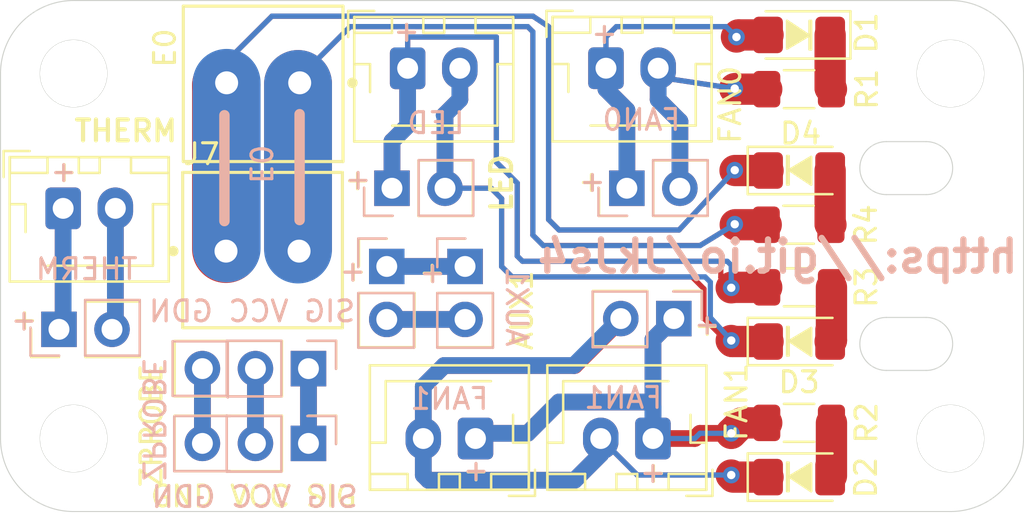
<source format=kicad_pcb>
(kicad_pcb (version 20171130) (host pcbnew "(5.1.7)-1")

  (general
    (thickness 1.6)
    (drawings 126)
    (tracks 221)
    (zones 0)
    (modules 27)
    (nets 20)
  )

  (page A4)
  (layers
    (0 F.Cu signal)
    (31 B.Cu signal)
    (32 B.Adhes user hide)
    (33 F.Adhes user hide)
    (34 B.Paste user hide)
    (35 F.Paste user hide)
    (36 B.SilkS user hide)
    (37 F.SilkS user)
    (38 B.Mask user)
    (39 F.Mask user)
    (40 Dwgs.User user hide)
    (41 Cmts.User user hide)
    (42 Eco1.User user)
    (43 Eco2.User user)
    (44 Edge.Cuts user)
    (45 Margin user)
    (46 B.CrtYd user)
    (47 F.CrtYd user)
    (48 B.Fab user hide)
    (49 F.Fab user hide)
  )

  (setup
    (last_trace_width 0.25)
    (user_trace_width 0.25)
    (user_trace_width 0.8)
    (user_trace_width 1.5)
    (user_trace_width 2)
    (user_trace_width 3)
    (user_trace_width 3.25)
    (trace_clearance 0.2)
    (zone_clearance 0.508)
    (zone_45_only no)
    (trace_min 0.2)
    (via_size 0.8)
    (via_drill 0.4)
    (via_min_size 0.4)
    (via_min_drill 0.3)
    (uvia_size 0.3)
    (uvia_drill 0.1)
    (uvias_allowed no)
    (uvia_min_size 0.2)
    (uvia_min_drill 0.1)
    (edge_width 0.05)
    (segment_width 0.2)
    (pcb_text_width 0.3)
    (pcb_text_size 1.5 1.5)
    (mod_edge_width 0.12)
    (mod_text_size 1 1)
    (mod_text_width 0.15)
    (pad_size 1.7 2)
    (pad_drill 1)
    (pad_to_mask_clearance 0)
    (aux_axis_origin 0 0)
    (visible_elements 7EFFFFFF)
    (pcbplotparams
      (layerselection 0x0f030_ffffffff)
      (usegerberextensions false)
      (usegerberattributes true)
      (usegerberadvancedattributes true)
      (creategerberjobfile true)
      (excludeedgelayer true)
      (linewidth 0.100000)
      (plotframeref false)
      (viasonmask false)
      (mode 1)
      (useauxorigin false)
      (hpglpennumber 1)
      (hpglpenspeed 20)
      (hpglpendiameter 15.000000)
      (psnegative false)
      (psa4output false)
      (plotreference true)
      (plotvalue true)
      (plotinvisibletext false)
      (padsonsilk false)
      (subtractmaskfromsilk false)
      (outputformat 1)
      (mirror false)
      (drillshape 0)
      (scaleselection 1)
      (outputdirectory "gerbers/"))
  )

  (net 0 "")
  (net 1 "Net-(D2-Pad2)")
  (net 2 +3V3)
  (net 3 Z_PROBE_CONN)
  (net 4 -FAN0)
  (net 5 -FAN1)
  (net 6 +V_LED)
  (net 7 -V_LED)
  (net 8 +FAN0)
  (net 9 +FAN1)
  (net 10 -V_IN)
  (net 11 +V_IN)
  (net 12 -V_Probe)
  (net 13 -THERM)
  (net 14 +THERM)
  (net 15 "Net-(D3-Pad2)")
  (net 16 "Net-(D4-Pad2)")
  (net 17 "Net-(D1-Pad1)")
  (net 18 "Net-(J14-Pad2)")
  (net 19 "Net-(J14-Pad1)")

  (net_class Default "This is the default net class."
    (clearance 0.2)
    (trace_width 0.25)
    (via_dia 0.8)
    (via_drill 0.4)
    (uvia_dia 0.3)
    (uvia_drill 0.1)
    (add_net +3V3)
    (add_net +FAN0)
    (add_net +FAN1)
    (add_net +THERM)
    (add_net +V_IN)
    (add_net +V_LED)
    (add_net -FAN0)
    (add_net -FAN1)
    (add_net -THERM)
    (add_net -V_IN)
    (add_net -V_LED)
    (add_net -V_Probe)
    (add_net "Net-(D1-Pad1)")
    (add_net "Net-(D2-Pad2)")
    (add_net "Net-(D3-Pad2)")
    (add_net "Net-(D4-Pad2)")
    (add_net "Net-(J14-Pad1)")
    (add_net "Net-(J14-Pad2)")
    (add_net Z_PROBE_CONN)
  )

  (module Resistor_SMD:R_1206_3216Metric_Pad1.30x1.75mm_HandSolder (layer F.Cu) (tedit 5F68FEEE) (tstamp 5FA899A7)
    (at 13.725 -1.5 180)
    (descr "Resistor SMD 1206 (3216 Metric), square (rectangular) end terminal, IPC_7351 nominal with elongated pad for handsoldering. (Body size source: IPC-SM-782 page 72, https://www.pcb-3d.com/wordpress/wp-content/uploads/ipc-sm-782a_amendment_1_and_2.pdf), generated with kicad-footprint-generator")
    (tags "resistor handsolder")
    (path /5FA9E898)
    (attr smd)
    (fp_text reference R4 (at -3.225 0 90) (layer F.SilkS)
      (effects (font (size 1 1) (thickness 0.15)))
    )
    (fp_text value R (at 0 1.82) (layer F.Fab)
      (effects (font (size 1 1) (thickness 0.15)))
    )
    (fp_text user %R (at 0 0) (layer F.Fab)
      (effects (font (size 0.8 0.8) (thickness 0.12)))
    )
    (fp_line (start -1.6 0.8) (end -1.6 -0.8) (layer F.Fab) (width 0.1))
    (fp_line (start -1.6 -0.8) (end 1.6 -0.8) (layer F.Fab) (width 0.1))
    (fp_line (start 1.6 -0.8) (end 1.6 0.8) (layer F.Fab) (width 0.1))
    (fp_line (start 1.6 0.8) (end -1.6 0.8) (layer F.Fab) (width 0.1))
    (fp_line (start -0.727064 -0.91) (end 0.727064 -0.91) (layer F.SilkS) (width 0.12))
    (fp_line (start -0.727064 0.91) (end 0.727064 0.91) (layer F.SilkS) (width 0.12))
    (fp_line (start -2.45 1.12) (end -2.45 -1.12) (layer F.CrtYd) (width 0.05))
    (fp_line (start -2.45 -1.12) (end 2.45 -1.12) (layer F.CrtYd) (width 0.05))
    (fp_line (start 2.45 -1.12) (end 2.45 1.12) (layer F.CrtYd) (width 0.05))
    (fp_line (start 2.45 1.12) (end -2.45 1.12) (layer F.CrtYd) (width 0.05))
    (pad 2 smd roundrect (at 1.55 0 180) (size 1.3 1.75) (layers F.Cu F.Paste F.Mask) (roundrect_rratio 0.192308)
      (net 11 +V_IN))
    (pad 1 smd roundrect (at -1.55 0 180) (size 1.3 1.75) (layers F.Cu F.Paste F.Mask) (roundrect_rratio 0.192308)
      (net 16 "Net-(D4-Pad2)"))
    (model ${KISYS3DMOD}/Resistor_SMD.3dshapes/R_1206_3216Metric.wrl
      (at (xyz 0 0 0))
      (scale (xyz 1 1 1))
      (rotate (xyz 0 0 0))
    )
  )

  (module Resistor_SMD:R_1206_3216Metric_Pad1.30x1.75mm_HandSolder (layer F.Cu) (tedit 5F68FEEE) (tstamp 5FA89C47)
    (at 13.75 1.5 180)
    (descr "Resistor SMD 1206 (3216 Metric), square (rectangular) end terminal, IPC_7351 nominal with elongated pad for handsoldering. (Body size source: IPC-SM-782 page 72, https://www.pcb-3d.com/wordpress/wp-content/uploads/ipc-sm-782a_amendment_1_and_2.pdf), generated with kicad-footprint-generator")
    (tags "resistor handsolder")
    (path /5FAC3111)
    (attr smd)
    (fp_text reference R3 (at -3.225 0 90) (layer F.SilkS)
      (effects (font (size 1 1) (thickness 0.15)))
    )
    (fp_text value R (at 0 1.82) (layer F.Fab)
      (effects (font (size 1 1) (thickness 0.15)))
    )
    (fp_text user %R (at 0 0) (layer F.Fab)
      (effects (font (size 0.8 0.8) (thickness 0.12)))
    )
    (fp_line (start -1.6 0.8) (end -1.6 -0.8) (layer F.Fab) (width 0.1))
    (fp_line (start -1.6 -0.8) (end 1.6 -0.8) (layer F.Fab) (width 0.1))
    (fp_line (start 1.6 -0.8) (end 1.6 0.8) (layer F.Fab) (width 0.1))
    (fp_line (start 1.6 0.8) (end -1.6 0.8) (layer F.Fab) (width 0.1))
    (fp_line (start -0.727064 -0.91) (end 0.727064 -0.91) (layer F.SilkS) (width 0.12))
    (fp_line (start -0.727064 0.91) (end 0.727064 0.91) (layer F.SilkS) (width 0.12))
    (fp_line (start -2.45 1.12) (end -2.45 -1.12) (layer F.CrtYd) (width 0.05))
    (fp_line (start -2.45 -1.12) (end 2.45 -1.12) (layer F.CrtYd) (width 0.05))
    (fp_line (start 2.45 -1.12) (end 2.45 1.12) (layer F.CrtYd) (width 0.05))
    (fp_line (start 2.45 1.12) (end -2.45 1.12) (layer F.CrtYd) (width 0.05))
    (pad 2 smd roundrect (at 1.55 0 180) (size 1.3 1.75) (layers F.Cu F.Paste F.Mask) (roundrect_rratio 0.192308)
      (net 6 +V_LED))
    (pad 1 smd roundrect (at -1.55 0 180) (size 1.3 1.75) (layers F.Cu F.Paste F.Mask) (roundrect_rratio 0.192308)
      (net 15 "Net-(D3-Pad2)"))
    (model ${KISYS3DMOD}/Resistor_SMD.3dshapes/R_1206_3216Metric.wrl
      (at (xyz 0 0 0))
      (scale (xyz 1 1 1))
      (rotate (xyz 0 0 0))
    )
  )

  (module Resistor_SMD:R_1206_3216Metric_Pad1.30x1.75mm_HandSolder (layer F.Cu) (tedit 5F68FEEE) (tstamp 5FA8963E)
    (at 13.75 8 180)
    (descr "Resistor SMD 1206 (3216 Metric), square (rectangular) end terminal, IPC_7351 nominal with elongated pad for handsoldering. (Body size source: IPC-SM-782 page 72, https://www.pcb-3d.com/wordpress/wp-content/uploads/ipc-sm-782a_amendment_1_and_2.pdf), generated with kicad-footprint-generator")
    (tags "resistor handsolder")
    (path /5FA7F194)
    (attr smd)
    (fp_text reference R2 (at -3.225 0 90) (layer F.SilkS)
      (effects (font (size 1 1) (thickness 0.15)))
    )
    (fp_text value R (at 0 1.82) (layer F.Fab)
      (effects (font (size 1 1) (thickness 0.15)))
    )
    (fp_text user %R (at 0 0) (layer F.Fab)
      (effects (font (size 0.8 0.8) (thickness 0.12)))
    )
    (fp_line (start -1.6 0.8) (end -1.6 -0.8) (layer F.Fab) (width 0.1))
    (fp_line (start -1.6 -0.8) (end 1.6 -0.8) (layer F.Fab) (width 0.1))
    (fp_line (start 1.6 -0.8) (end 1.6 0.8) (layer F.Fab) (width 0.1))
    (fp_line (start 1.6 0.8) (end -1.6 0.8) (layer F.Fab) (width 0.1))
    (fp_line (start -0.727064 -0.91) (end 0.727064 -0.91) (layer F.SilkS) (width 0.12))
    (fp_line (start -0.727064 0.91) (end 0.727064 0.91) (layer F.SilkS) (width 0.12))
    (fp_line (start -2.45 1.12) (end -2.45 -1.12) (layer F.CrtYd) (width 0.05))
    (fp_line (start -2.45 -1.12) (end 2.45 -1.12) (layer F.CrtYd) (width 0.05))
    (fp_line (start 2.45 -1.12) (end 2.45 1.12) (layer F.CrtYd) (width 0.05))
    (fp_line (start 2.45 1.12) (end -2.45 1.12) (layer F.CrtYd) (width 0.05))
    (pad 2 smd roundrect (at 1.55 0 180) (size 1.3 1.75) (layers F.Cu F.Paste F.Mask) (roundrect_rratio 0.192308)
      (net 9 +FAN1))
    (pad 1 smd roundrect (at -1.55 0 180) (size 1.3 1.75) (layers F.Cu F.Paste F.Mask) (roundrect_rratio 0.192308)
      (net 1 "Net-(D2-Pad2)"))
    (model ${KISYS3DMOD}/Resistor_SMD.3dshapes/R_1206_3216Metric.wrl
      (at (xyz 0 0 0))
      (scale (xyz 1 1 1))
      (rotate (xyz 0 0 0))
    )
  )

  (module Resistor_SMD:R_1206_3216Metric_Pad1.30x1.75mm_HandSolder (layer F.Cu) (tedit 5F68FEEE) (tstamp 5FA8962D)
    (at 13.75 -8)
    (descr "Resistor SMD 1206 (3216 Metric), square (rectangular) end terminal, IPC_7351 nominal with elongated pad for handsoldering. (Body size source: IPC-SM-782 page 72, https://www.pcb-3d.com/wordpress/wp-content/uploads/ipc-sm-782a_amendment_1_and_2.pdf), generated with kicad-footprint-generator")
    (tags "resistor handsolder")
    (path /5FA78D44)
    (attr smd)
    (fp_text reference R1 (at 3.25 0 90) (layer F.SilkS)
      (effects (font (size 1 1) (thickness 0.15)))
    )
    (fp_text value R (at 0 1.82) (layer F.Fab)
      (effects (font (size 1 1) (thickness 0.15)))
    )
    (fp_text user %R (at 0 0) (layer F.Fab)
      (effects (font (size 0.8 0.8) (thickness 0.12)))
    )
    (fp_line (start -1.6 0.8) (end -1.6 -0.8) (layer F.Fab) (width 0.1))
    (fp_line (start -1.6 -0.8) (end 1.6 -0.8) (layer F.Fab) (width 0.1))
    (fp_line (start 1.6 -0.8) (end 1.6 0.8) (layer F.Fab) (width 0.1))
    (fp_line (start 1.6 0.8) (end -1.6 0.8) (layer F.Fab) (width 0.1))
    (fp_line (start -0.727064 -0.91) (end 0.727064 -0.91) (layer F.SilkS) (width 0.12))
    (fp_line (start -0.727064 0.91) (end 0.727064 0.91) (layer F.SilkS) (width 0.12))
    (fp_line (start -2.45 1.12) (end -2.45 -1.12) (layer F.CrtYd) (width 0.05))
    (fp_line (start -2.45 -1.12) (end 2.45 -1.12) (layer F.CrtYd) (width 0.05))
    (fp_line (start 2.45 -1.12) (end 2.45 1.12) (layer F.CrtYd) (width 0.05))
    (fp_line (start 2.45 1.12) (end -2.45 1.12) (layer F.CrtYd) (width 0.05))
    (pad 2 smd roundrect (at 1.55 0) (size 1.3 1.75) (layers F.Cu F.Paste F.Mask) (roundrect_rratio 0.192308)
      (net 17 "Net-(D1-Pad1)"))
    (pad 1 smd roundrect (at -1.55 0) (size 1.3 1.75) (layers F.Cu F.Paste F.Mask) (roundrect_rratio 0.192308)
      (net 4 -FAN0))
    (model ${KISYS3DMOD}/Resistor_SMD.3dshapes/R_1206_3216Metric.wrl
      (at (xyz 0 0 0))
      (scale (xyz 1 1 1))
      (rotate (xyz 0 0 0))
    )
  )

  (module 3DP_HotEnd_Breakout:LED_1206_3216Metric_Pad1.42x1.75mm_HandSolder (layer F.Cu) (tedit 5FBCB3F2) (tstamp 5FA89676)
    (at 13.75 -4.1)
    (descr "LED SMD 1206 (3216 Metric), square (rectangular) end terminal, IPC_7351 nominal, (Body size source: http://www.tortai-tech.com/upload/download/2011102023233369053.pdf), generated with kicad-footprint-generator")
    (tags "LED handsolder")
    (path /5FA99C37)
    (attr smd)
    (fp_text reference D4 (at 0.075 -1.775) (layer F.SilkS)
      (effects (font (size 1 1) (thickness 0.15)))
    )
    (fp_text value LED (at 0 1.82) (layer F.Fab)
      (effects (font (size 1 1) (thickness 0.15)))
    )
    (fp_text user %R (at 0 0) (layer F.Fab)
      (effects (font (size 0.8 0.8) (thickness 0.12)))
    )
    (fp_line (start 2.45 1.12) (end -2.45 1.12) (layer F.CrtYd) (width 0.05))
    (fp_line (start 2.45 -1.12) (end 2.45 1.12) (layer F.CrtYd) (width 0.05))
    (fp_line (start -2.45 -1.12) (end 2.45 -1.12) (layer F.CrtYd) (width 0.05))
    (fp_line (start -2.45 1.12) (end -2.45 -1.12) (layer F.CrtYd) (width 0.05))
    (fp_line (start -2.46 1.135) (end 1.6 1.135) (layer F.SilkS) (width 0.12))
    (fp_line (start -2.46 -1.135) (end -2.46 1.135) (layer F.SilkS) (width 0.12))
    (fp_line (start 1.6 -1.135) (end -2.46 -1.135) (layer F.SilkS) (width 0.12))
    (fp_line (start 1.6 0.8) (end 1.6 -0.8) (layer F.Fab) (width 0.1))
    (fp_line (start -1.6 0.8) (end 1.6 0.8) (layer F.Fab) (width 0.1))
    (fp_line (start -1.6 -0.4) (end -1.6 0.8) (layer F.Fab) (width 0.1))
    (fp_line (start -1.2 -0.8) (end -1.6 -0.4) (layer F.Fab) (width 0.1))
    (fp_line (start 1.6 -0.8) (end -1.2 -0.8) (layer F.Fab) (width 0.1))
    (fp_line (start 0.575 -0.65) (end 0.575 0.65) (layer F.SilkS) (width 0.12))
    (fp_line (start 0.575 0.65) (end 0.575 0.675) (layer F.SilkS) (width 0.12))
    (fp_line (start 0.575 0.675) (end -0.475 -0.025) (layer F.SilkS) (width 0.12))
    (fp_line (start -0.475 -0.025) (end 0.575 -0.65) (layer F.SilkS) (width 0.12))
    (fp_line (start -0.5 -0.7) (end -0.5 0.675) (layer F.SilkS) (width 0.12))
    (fp_poly (pts (xy 0.575 -0.4) (xy 0.575 0.675) (xy -0.425 -0.05) (xy 0.575 -0.625)) (layer F.SilkS) (width 0.1))
    (fp_line (start -0.575 -0.7) (end -0.575 0.675) (layer F.SilkS) (width 0.12))
    (pad 1 smd roundrect (at -1.4875 0) (size 1.425 1.75) (layers F.Cu F.Paste F.Mask) (roundrect_rratio 0.175439)
      (net 10 -V_IN))
    (pad 2 smd roundrect (at 1.4875 0) (size 1.425 1.75) (layers F.Cu F.Paste F.Mask) (roundrect_rratio 0.175439)
      (net 16 "Net-(D4-Pad2)"))
    (model ${KISYS3DMOD}/LED_SMD.3dshapes/LED_1206_3216Metric.wrl
      (at (xyz 0 0 0))
      (scale (xyz 1 1 1))
      (rotate (xyz 0 0 0))
    )
  )

  (module 3DP_HotEnd_Breakout:LED_1206_3216Metric_Pad1.42x1.75mm_HandSolder (layer F.Cu) (tedit 5FBCB3F2) (tstamp 5FA89920)
    (at 13.75 4.1)
    (descr "LED SMD 1206 (3216 Metric), square (rectangular) end terminal, IPC_7351 nominal, (Body size source: http://www.tortai-tech.com/upload/download/2011102023233369053.pdf), generated with kicad-footprint-generator")
    (tags "LED handsolder")
    (path /5FAC310B)
    (attr smd)
    (fp_text reference D3 (at 0 1.95) (layer F.SilkS)
      (effects (font (size 1 1) (thickness 0.15)))
    )
    (fp_text value LED (at 0 1.82) (layer F.Fab)
      (effects (font (size 1 1) (thickness 0.15)))
    )
    (fp_text user %R (at 0 0) (layer F.Fab)
      (effects (font (size 0.8 0.8) (thickness 0.12)))
    )
    (fp_line (start 2.45 1.12) (end -2.45 1.12) (layer F.CrtYd) (width 0.05))
    (fp_line (start 2.45 -1.12) (end 2.45 1.12) (layer F.CrtYd) (width 0.05))
    (fp_line (start -2.45 -1.12) (end 2.45 -1.12) (layer F.CrtYd) (width 0.05))
    (fp_line (start -2.45 1.12) (end -2.45 -1.12) (layer F.CrtYd) (width 0.05))
    (fp_line (start -2.46 1.135) (end 1.6 1.135) (layer F.SilkS) (width 0.12))
    (fp_line (start -2.46 -1.135) (end -2.46 1.135) (layer F.SilkS) (width 0.12))
    (fp_line (start 1.6 -1.135) (end -2.46 -1.135) (layer F.SilkS) (width 0.12))
    (fp_line (start 1.6 0.8) (end 1.6 -0.8) (layer F.Fab) (width 0.1))
    (fp_line (start -1.6 0.8) (end 1.6 0.8) (layer F.Fab) (width 0.1))
    (fp_line (start -1.6 -0.4) (end -1.6 0.8) (layer F.Fab) (width 0.1))
    (fp_line (start -1.2 -0.8) (end -1.6 -0.4) (layer F.Fab) (width 0.1))
    (fp_line (start 1.6 -0.8) (end -1.2 -0.8) (layer F.Fab) (width 0.1))
    (fp_line (start 0.575 -0.65) (end 0.575 0.65) (layer F.SilkS) (width 0.12))
    (fp_line (start 0.575 0.65) (end 0.575 0.675) (layer F.SilkS) (width 0.12))
    (fp_line (start 0.575 0.675) (end -0.475 -0.025) (layer F.SilkS) (width 0.12))
    (fp_line (start -0.475 -0.025) (end 0.575 -0.65) (layer F.SilkS) (width 0.12))
    (fp_line (start -0.5 -0.7) (end -0.5 0.675) (layer F.SilkS) (width 0.12))
    (fp_poly (pts (xy 0.575 -0.4) (xy 0.575 0.675) (xy -0.425 -0.05) (xy 0.575 -0.625)) (layer F.SilkS) (width 0.1))
    (fp_line (start -0.575 -0.7) (end -0.575 0.675) (layer F.SilkS) (width 0.12))
    (pad 1 smd roundrect (at -1.4875 0) (size 1.425 1.75) (layers F.Cu F.Paste F.Mask) (roundrect_rratio 0.175439)
      (net 7 -V_LED))
    (pad 2 smd roundrect (at 1.4875 0) (size 1.425 1.75) (layers F.Cu F.Paste F.Mask) (roundrect_rratio 0.175439)
      (net 15 "Net-(D3-Pad2)"))
    (model ${KISYS3DMOD}/LED_SMD.3dshapes/LED_1206_3216Metric.wrl
      (at (xyz 0 0 0))
      (scale (xyz 1 1 1))
      (rotate (xyz 0 0 0))
    )
  )

  (module 3DP_HotEnd_Breakout:LED_1206_3216Metric_Pad1.42x1.75mm_HandSolder (layer F.Cu) (tedit 5FBCB3F2) (tstamp 5FA8955D)
    (at 13.75 10.6)
    (descr "LED SMD 1206 (3216 Metric), square (rectangular) end terminal, IPC_7351 nominal, (Body size source: http://www.tortai-tech.com/upload/download/2011102023233369053.pdf), generated with kicad-footprint-generator")
    (tags "LED handsolder")
    (path /5FA7F18E)
    (attr smd)
    (fp_text reference D2 (at 3.2 0.025 90) (layer F.SilkS)
      (effects (font (size 1 1) (thickness 0.15)))
    )
    (fp_text value LED (at 0 1.82) (layer F.Fab)
      (effects (font (size 1 1) (thickness 0.15)))
    )
    (fp_text user %R (at 0 0) (layer F.Fab)
      (effects (font (size 0.8 0.8) (thickness 0.12)))
    )
    (fp_line (start 2.45 1.12) (end -2.45 1.12) (layer F.CrtYd) (width 0.05))
    (fp_line (start 2.45 -1.12) (end 2.45 1.12) (layer F.CrtYd) (width 0.05))
    (fp_line (start -2.45 -1.12) (end 2.45 -1.12) (layer F.CrtYd) (width 0.05))
    (fp_line (start -2.45 1.12) (end -2.45 -1.12) (layer F.CrtYd) (width 0.05))
    (fp_line (start -2.46 1.135) (end 1.6 1.135) (layer F.SilkS) (width 0.12))
    (fp_line (start -2.46 -1.135) (end -2.46 1.135) (layer F.SilkS) (width 0.12))
    (fp_line (start 1.6 -1.135) (end -2.46 -1.135) (layer F.SilkS) (width 0.12))
    (fp_line (start 1.6 0.8) (end 1.6 -0.8) (layer F.Fab) (width 0.1))
    (fp_line (start -1.6 0.8) (end 1.6 0.8) (layer F.Fab) (width 0.1))
    (fp_line (start -1.6 -0.4) (end -1.6 0.8) (layer F.Fab) (width 0.1))
    (fp_line (start -1.2 -0.8) (end -1.6 -0.4) (layer F.Fab) (width 0.1))
    (fp_line (start 1.6 -0.8) (end -1.2 -0.8) (layer F.Fab) (width 0.1))
    (fp_line (start 0.575 -0.65) (end 0.575 0.65) (layer F.SilkS) (width 0.12))
    (fp_line (start 0.575 0.65) (end 0.575 0.675) (layer F.SilkS) (width 0.12))
    (fp_line (start 0.575 0.675) (end -0.475 -0.025) (layer F.SilkS) (width 0.12))
    (fp_line (start -0.475 -0.025) (end 0.575 -0.65) (layer F.SilkS) (width 0.12))
    (fp_line (start -0.5 -0.7) (end -0.5 0.675) (layer F.SilkS) (width 0.12))
    (fp_poly (pts (xy 0.575 -0.4) (xy 0.575 0.675) (xy -0.425 -0.05) (xy 0.575 -0.625)) (layer F.SilkS) (width 0.1))
    (fp_line (start -0.575 -0.7) (end -0.575 0.675) (layer F.SilkS) (width 0.12))
    (pad 1 smd roundrect (at -1.4875 0) (size 1.425 1.75) (layers F.Cu F.Paste F.Mask) (roundrect_rratio 0.175439)
      (net 5 -FAN1))
    (pad 2 smd roundrect (at 1.4875 0) (size 1.425 1.75) (layers F.Cu F.Paste F.Mask) (roundrect_rratio 0.175439)
      (net 1 "Net-(D2-Pad2)"))
    (model ${KISYS3DMOD}/LED_SMD.3dshapes/LED_1206_3216Metric.wrl
      (at (xyz 0 0 0))
      (scale (xyz 1 1 1))
      (rotate (xyz 0 0 0))
    )
  )

  (module 3DP_HotEnd_Breakout:LED_1206_3216Metric_Pad1.42x1.75mm_HandSolder (layer F.Cu) (tedit 5FBCB3F2) (tstamp 5FA8954A)
    (at 13.75 -10.6 180)
    (descr "LED SMD 1206 (3216 Metric), square (rectangular) end terminal, IPC_7351 nominal, (Body size source: http://www.tortai-tech.com/upload/download/2011102023233369053.pdf), generated with kicad-footprint-generator")
    (tags "LED handsolder")
    (path /5FA78573)
    (attr smd)
    (fp_text reference D1 (at -3.225 0.1 90) (layer F.SilkS)
      (effects (font (size 1 1) (thickness 0.15)))
    )
    (fp_text value LED (at 0 1.82) (layer F.Fab)
      (effects (font (size 1 1) (thickness 0.15)))
    )
    (fp_text user %R (at 0 0) (layer F.Fab)
      (effects (font (size 0.8 0.8) (thickness 0.12)))
    )
    (fp_line (start 2.45 1.12) (end -2.45 1.12) (layer F.CrtYd) (width 0.05))
    (fp_line (start 2.45 -1.12) (end 2.45 1.12) (layer F.CrtYd) (width 0.05))
    (fp_line (start -2.45 -1.12) (end 2.45 -1.12) (layer F.CrtYd) (width 0.05))
    (fp_line (start -2.45 1.12) (end -2.45 -1.12) (layer F.CrtYd) (width 0.05))
    (fp_line (start -2.46 1.135) (end 1.6 1.135) (layer F.SilkS) (width 0.12))
    (fp_line (start -2.46 -1.135) (end -2.46 1.135) (layer F.SilkS) (width 0.12))
    (fp_line (start 1.6 -1.135) (end -2.46 -1.135) (layer F.SilkS) (width 0.12))
    (fp_line (start 1.6 0.8) (end 1.6 -0.8) (layer F.Fab) (width 0.1))
    (fp_line (start -1.6 0.8) (end 1.6 0.8) (layer F.Fab) (width 0.1))
    (fp_line (start -1.6 -0.4) (end -1.6 0.8) (layer F.Fab) (width 0.1))
    (fp_line (start -1.2 -0.8) (end -1.6 -0.4) (layer F.Fab) (width 0.1))
    (fp_line (start 1.6 -0.8) (end -1.2 -0.8) (layer F.Fab) (width 0.1))
    (fp_line (start 0.575 -0.65) (end 0.575 0.65) (layer F.SilkS) (width 0.12))
    (fp_line (start 0.575 0.65) (end 0.575 0.675) (layer F.SilkS) (width 0.12))
    (fp_line (start 0.575 0.675) (end -0.475 -0.025) (layer F.SilkS) (width 0.12))
    (fp_line (start -0.475 -0.025) (end 0.575 -0.65) (layer F.SilkS) (width 0.12))
    (fp_line (start -0.5 -0.7) (end -0.5 0.675) (layer F.SilkS) (width 0.12))
    (fp_poly (pts (xy 0.575 -0.4) (xy 0.575 0.675) (xy -0.425 -0.05) (xy 0.575 -0.625)) (layer F.SilkS) (width 0.1))
    (fp_line (start -0.575 -0.7) (end -0.575 0.675) (layer F.SilkS) (width 0.12))
    (pad 1 smd roundrect (at -1.4875 0 180) (size 1.425 1.75) (layers F.Cu F.Paste F.Mask) (roundrect_rratio 0.175439)
      (net 17 "Net-(D1-Pad1)"))
    (pad 2 smd roundrect (at 1.4875 0 180) (size 1.425 1.75) (layers F.Cu F.Paste F.Mask) (roundrect_rratio 0.175439)
      (net 8 +FAN0))
    (model ${KISYS3DMOD}/LED_SMD.3dshapes/LED_1206_3216Metric.wrl
      (at (xyz 0 0 0))
      (scale (xyz 1 1 1))
      (rotate (xyz 0 0 0))
    )
  )

  (module MountingHole:MountingHole_3.2mm_M3 (layer F.Cu) (tedit 56D1B4CB) (tstamp 5FBD5FB3)
    (at -21 8.75)
    (descr "Mounting Hole 3.2mm, no annular, M3")
    (tags "mounting hole 3.2mm no annular m3")
    (path /5FC4F25E)
    (attr virtual)
    (fp_text reference H4 (at 0 -4.2) (layer F.SilkS) hide
      (effects (font (size 1 1) (thickness 0.15)))
    )
    (fp_text value MountingHole (at 0 4.2) (layer F.Fab)
      (effects (font (size 1 1) (thickness 0.15)))
    )
    (fp_circle (center 0 0) (end 3.45 0) (layer F.CrtYd) (width 0.05))
    (fp_circle (center 0 0) (end 3.2 0) (layer Cmts.User) (width 0.15))
    (fp_text user %R (at 0.3 0) (layer F.Fab)
      (effects (font (size 1 1) (thickness 0.15)))
    )
    (pad 1 np_thru_hole circle (at 0 0) (size 3.2 3.2) (drill 3.2) (layers *.Cu *.Mask))
  )

  (module MountingHole:MountingHole_3.2mm_M3 (layer F.Cu) (tedit 56D1B4CB) (tstamp 5FBD5FAB)
    (at 21 -8.75)
    (descr "Mounting Hole 3.2mm, no annular, M3")
    (tags "mounting hole 3.2mm no annular m3")
    (path /5FC4F258)
    (attr virtual)
    (fp_text reference H3 (at 0 -4.2) (layer F.SilkS) hide
      (effects (font (size 1 1) (thickness 0.15)))
    )
    (fp_text value MountingHole (at 0 4.2) (layer F.Fab)
      (effects (font (size 1 1) (thickness 0.15)))
    )
    (fp_circle (center 0 0) (end 3.45 0) (layer F.CrtYd) (width 0.05))
    (fp_circle (center 0 0) (end 3.2 0) (layer Cmts.User) (width 0.15))
    (fp_text user %R (at 0.3 0) (layer F.Fab)
      (effects (font (size 1 1) (thickness 0.15)))
    )
    (pad 1 np_thru_hole circle (at 0 0) (size 3.2 3.2) (drill 3.2) (layers *.Cu *.Mask))
  )

  (module MountingHole:MountingHole_3.2mm_M3 (layer F.Cu) (tedit 56D1B4CB) (tstamp 5FBD5FA3)
    (at 21 8.75)
    (descr "Mounting Hole 3.2mm, no annular, M3")
    (tags "mounting hole 3.2mm no annular m3")
    (path /5FC4D849)
    (attr virtual)
    (fp_text reference H2 (at 0 -4.2) (layer F.SilkS) hide
      (effects (font (size 1 1) (thickness 0.15)))
    )
    (fp_text value MountingHole (at 0 4.2) (layer F.Fab)
      (effects (font (size 1 1) (thickness 0.15)))
    )
    (fp_circle (center 0 0) (end 3.45 0) (layer F.CrtYd) (width 0.05))
    (fp_circle (center 0 0) (end 3.2 0) (layer Cmts.User) (width 0.15))
    (fp_text user %R (at 0.3 0) (layer F.Fab)
      (effects (font (size 1 1) (thickness 0.15)))
    )
    (pad 1 np_thru_hole circle (at 0 0) (size 3.2 3.2) (drill 3.2) (layers *.Cu *.Mask))
  )

  (module MountingHole:MountingHole_3.2mm_M3 (layer F.Cu) (tedit 56D1B4CB) (tstamp 5FBD5F9B)
    (at -21 -8.75)
    (descr "Mounting Hole 3.2mm, no annular, M3")
    (tags "mounting hole 3.2mm no annular m3")
    (path /5FC493EB)
    (attr virtual)
    (fp_text reference H1 (at 0 -4.2) (layer F.SilkS) hide
      (effects (font (size 1 1) (thickness 0.15)))
    )
    (fp_text value MountingHole (at 0 4.2) (layer F.Fab)
      (effects (font (size 1 1) (thickness 0.15)))
    )
    (fp_circle (center 0 0) (end 3.45 0) (layer F.CrtYd) (width 0.05))
    (fp_circle (center 0 0) (end 3.2 0) (layer Cmts.User) (width 0.15))
    (fp_text user %R (at 0.3 0) (layer F.Fab)
      (effects (font (size 1 1) (thickness 0.15)))
    )
    (pad 1 np_thru_hole circle (at 0 0) (size 3.2 3.2) (drill 3.2) (layers *.Cu *.Mask))
  )

  (module 3DP_HotEnd_Breakout:JST_XH_B2B-XH-AM_1x02_P2.50mm_Vertical_DJP (layer F.Cu) (tedit 5FA8964D) (tstamp 5FA89587)
    (at 4.5 -9.005)
    (descr "JST XH series connector, B2B-XH-AM, with boss (http://www.jst-mfg.com/product/pdf/eng/eXH.pdf), generated with kicad-footprint-generator")
    (tags "connector JST XH vertical boss")
    (path /5FA77D56)
    (fp_text reference J2 (at 1.25 -3.55) (layer F.SilkS) hide
      (effects (font (size 1 1) (thickness 0.15)))
    )
    (fp_text value Conn_01x02 (at 1.25 4.6) (layer F.Fab)
      (effects (font (size 1 1) (thickness 0.15)))
    )
    (fp_line (start -2.45 -2.35) (end -2.45 3.4) (layer F.Fab) (width 0.1))
    (fp_line (start -2.45 3.4) (end 4.95 3.4) (layer F.Fab) (width 0.1))
    (fp_line (start 4.95 3.4) (end 4.95 -2.35) (layer F.Fab) (width 0.1))
    (fp_line (start 4.95 -2.35) (end -2.45 -2.35) (layer F.Fab) (width 0.1))
    (fp_line (start -2.56 -2.46) (end -2.56 3.51) (layer F.SilkS) (width 0.12))
    (fp_line (start -2.56 3.51) (end 5.06 3.51) (layer F.SilkS) (width 0.12))
    (fp_line (start 5.06 3.51) (end 5.06 -2.46) (layer F.SilkS) (width 0.12))
    (fp_line (start 5.06 -2.46) (end -2.56 -2.46) (layer F.SilkS) (width 0.12))
    (fp_line (start -2.95 -2.85) (end -2.95 3.9) (layer F.CrtYd) (width 0.05))
    (fp_line (start -2.95 3.9) (end 5.45 3.9) (layer F.CrtYd) (width 0.05))
    (fp_line (start 5.45 3.9) (end 5.45 -2.85) (layer F.CrtYd) (width 0.05))
    (fp_line (start 5.45 -2.85) (end -2.95 -2.85) (layer F.CrtYd) (width 0.05))
    (fp_line (start -0.625 -2.35) (end 0 -1.35) (layer F.Fab) (width 0.1))
    (fp_line (start 0 -1.35) (end 0.625 -2.35) (layer F.Fab) (width 0.1))
    (fp_line (start 0.75 -2.45) (end 0.75 -1.7) (layer F.SilkS) (width 0.12))
    (fp_line (start 0.75 -1.7) (end 1.75 -1.7) (layer F.SilkS) (width 0.12))
    (fp_line (start 1.75 -1.7) (end 1.75 -2.45) (layer F.SilkS) (width 0.12))
    (fp_line (start 1.75 -2.45) (end 0.75 -2.45) (layer F.SilkS) (width 0.12))
    (fp_line (start -2.55 -2.45) (end -2.55 -1.7) (layer F.SilkS) (width 0.12))
    (fp_line (start -2.55 -1.7) (end -0.75 -1.7) (layer F.SilkS) (width 0.12))
    (fp_line (start -0.75 -1.7) (end -0.75 -2.45) (layer F.SilkS) (width 0.12))
    (fp_line (start -0.75 -2.45) (end -2.55 -2.45) (layer F.SilkS) (width 0.12))
    (fp_line (start 3.25 -2.45) (end 3.25 -1.7) (layer F.SilkS) (width 0.12))
    (fp_line (start 3.25 -1.7) (end 5.05 -1.7) (layer F.SilkS) (width 0.12))
    (fp_line (start 5.05 -1.7) (end 5.05 -2.45) (layer F.SilkS) (width 0.12))
    (fp_line (start 5.05 -2.45) (end 3.25 -2.45) (layer F.SilkS) (width 0.12))
    (fp_line (start -2.55 -0.2) (end -1.8 -0.2) (layer F.SilkS) (width 0.12))
    (fp_line (start -1.8 -0.2) (end -1.8 1.14) (layer F.SilkS) (width 0.12))
    (fp_line (start 1.25 2.75) (end -0.74 2.75) (layer F.SilkS) (width 0.12))
    (fp_line (start 5.05 -0.2) (end 4.3 -0.2) (layer F.SilkS) (width 0.12))
    (fp_line (start 4.3 -0.2) (end 4.3 2.75) (layer F.SilkS) (width 0.12))
    (fp_line (start 4.3 2.75) (end 1.25 2.75) (layer F.SilkS) (width 0.12))
    (fp_line (start -1.6 -2.75) (end -2.85 -2.75) (layer F.SilkS) (width 0.12))
    (fp_line (start -2.85 -2.75) (end -2.85 -1.5) (layer F.SilkS) (width 0.12))
    (fp_text user %R (at 1.25 2.7) (layer F.Fab)
      (effects (font (size 1 1) (thickness 0.15)))
    )
    (pad "" np_thru_hole circle (at -1.6 2) (size 1.2 1.2) (drill 1.2) (layers *.Cu *.Mask))
    (pad 2 thru_hole oval (at 2.5 0) (size 1.7 2) (drill 1) (layers *.Cu *.Mask)
      (net 4 -FAN0))
    (pad 1 thru_hole roundrect (at 0 0) (size 1.7 2) (drill 1) (layers *.Cu *.Mask) (roundrect_rratio 0.147059)
      (net 8 +FAN0))
    (model ${KISYS3DMOD}/Connector_JST.3dshapes/JST_XH_B2B-XH-AM_1x02_P2.50mm_Vertical.wrl
      (at (xyz 0 0 0))
      (scale (xyz 1 1 1))
      (rotate (xyz 0 0 0))
    )
    (model "F:/kicad/Conn_JST_B2B-XH-A(LF)(SN)/eec.models/JST_-_B2B-XH-A(LF)(SN).step"
      (offset (xyz 1.25 -0.5 0))
      (scale (xyz 1 1 1))
      (rotate (xyz 0 0 0))
    )
  )

  (module Connector_PinHeader_2.54mm:PinHeader_1x02_P2.54mm_Vertical (layer F.Cu) (tedit 59FED5CC) (tstamp 5FBD2D61)
    (at -2.25 0.5)
    (descr "Through hole straight pin header, 1x02, 2.54mm pitch, single row")
    (tags "Through hole pin header THT 1x02 2.54mm single row")
    (path /5FC03B0A)
    (fp_text reference J15 (at 2.75 0) (layer F.SilkS) hide
      (effects (font (size 1 1) (thickness 0.15)))
    )
    (fp_text value Conn_01x02_Male (at 0 4.87) (layer F.Fab)
      (effects (font (size 1 1) (thickness 0.15)))
    )
    (fp_line (start -0.635 -1.27) (end 1.27 -1.27) (layer F.Fab) (width 0.1))
    (fp_line (start 1.27 -1.27) (end 1.27 3.81) (layer F.Fab) (width 0.1))
    (fp_line (start 1.27 3.81) (end -1.27 3.81) (layer F.Fab) (width 0.1))
    (fp_line (start -1.27 3.81) (end -1.27 -0.635) (layer F.Fab) (width 0.1))
    (fp_line (start -1.27 -0.635) (end -0.635 -1.27) (layer F.Fab) (width 0.1))
    (fp_line (start -1.33 3.87) (end 1.33 3.87) (layer F.SilkS) (width 0.12))
    (fp_line (start -1.33 1.27) (end -1.33 3.87) (layer F.SilkS) (width 0.12))
    (fp_line (start 1.33 1.27) (end 1.33 3.87) (layer F.SilkS) (width 0.12))
    (fp_line (start -1.33 1.27) (end 1.33 1.27) (layer F.SilkS) (width 0.12))
    (fp_line (start -1.33 0) (end -1.33 -1.33) (layer F.SilkS) (width 0.12))
    (fp_line (start -1.33 -1.33) (end 0 -1.33) (layer F.SilkS) (width 0.12))
    (fp_line (start -1.8 -1.8) (end -1.8 4.35) (layer F.CrtYd) (width 0.05))
    (fp_line (start -1.8 4.35) (end 1.8 4.35) (layer F.CrtYd) (width 0.05))
    (fp_line (start 1.8 4.35) (end 1.8 -1.8) (layer F.CrtYd) (width 0.05))
    (fp_line (start 1.8 -1.8) (end -1.8 -1.8) (layer F.CrtYd) (width 0.05))
    (fp_text user %R (at 0 1.27 90) (layer F.Fab)
      (effects (font (size 1 1) (thickness 0.15)))
    )
    (pad 2 thru_hole oval (at 0 2.54) (size 1.7 1.7) (drill 1) (layers *.Cu *.Mask)
      (net 18 "Net-(J14-Pad2)"))
    (pad 1 thru_hole rect (at 0 0) (size 1.7 1.7) (drill 1) (layers *.Cu *.Mask)
      (net 19 "Net-(J14-Pad1)"))
    (model ${KISYS3DMOD}/Connector_PinHeader_2.54mm.3dshapes/PinHeader_1x02_P2.54mm_Vertical.wrl
      (at (xyz 0 0 0))
      (scale (xyz 1 1 1))
      (rotate (xyz 0 0 0))
    )
  )

  (module Connector_PinHeader_2.54mm:PinHeader_1x02_P2.54mm_Vertical (layer F.Cu) (tedit 59FED5CC) (tstamp 5FBD2D4B)
    (at -6 0.5)
    (descr "Through hole straight pin header, 1x02, 2.54mm pitch, single row")
    (tags "Through hole pin header THT 1x02 2.54mm single row")
    (path /5FC029AD)
    (fp_text reference J14 (at 6.5 2.5) (layer F.SilkS) hide
      (effects (font (size 1 1) (thickness 0.15)))
    )
    (fp_text value Conn_01x02_Male (at 0 4.87) (layer F.Fab)
      (effects (font (size 1 1) (thickness 0.15)))
    )
    (fp_line (start -0.635 -1.27) (end 1.27 -1.27) (layer F.Fab) (width 0.1))
    (fp_line (start 1.27 -1.27) (end 1.27 3.81) (layer F.Fab) (width 0.1))
    (fp_line (start 1.27 3.81) (end -1.27 3.81) (layer F.Fab) (width 0.1))
    (fp_line (start -1.27 3.81) (end -1.27 -0.635) (layer F.Fab) (width 0.1))
    (fp_line (start -1.27 -0.635) (end -0.635 -1.27) (layer F.Fab) (width 0.1))
    (fp_line (start -1.33 3.87) (end 1.33 3.87) (layer F.SilkS) (width 0.12))
    (fp_line (start -1.33 1.27) (end -1.33 3.87) (layer F.SilkS) (width 0.12))
    (fp_line (start 1.33 1.27) (end 1.33 3.87) (layer F.SilkS) (width 0.12))
    (fp_line (start -1.33 1.27) (end 1.33 1.27) (layer F.SilkS) (width 0.12))
    (fp_line (start -1.33 0) (end -1.33 -1.33) (layer F.SilkS) (width 0.12))
    (fp_line (start -1.33 -1.33) (end 0 -1.33) (layer F.SilkS) (width 0.12))
    (fp_line (start -1.8 -1.8) (end -1.8 4.35) (layer F.CrtYd) (width 0.05))
    (fp_line (start -1.8 4.35) (end 1.8 4.35) (layer F.CrtYd) (width 0.05))
    (fp_line (start 1.8 4.35) (end 1.8 -1.8) (layer F.CrtYd) (width 0.05))
    (fp_line (start 1.8 -1.8) (end -1.8 -1.8) (layer F.CrtYd) (width 0.05))
    (fp_text user %R (at 0 1.27 90) (layer F.Fab)
      (effects (font (size 1 1) (thickness 0.15)))
    )
    (pad 2 thru_hole oval (at 0 2.54) (size 1.7 1.7) (drill 1) (layers *.Cu *.Mask)
      (net 18 "Net-(J14-Pad2)"))
    (pad 1 thru_hole rect (at 0 0) (size 1.7 1.7) (drill 1) (layers *.Cu *.Mask)
      (net 19 "Net-(J14-Pad1)"))
    (model ${KISYS3DMOD}/Connector_PinHeader_2.54mm.3dshapes/PinHeader_1x02_P2.54mm_Vertical.wrl
      (at (xyz 0 0 0))
      (scale (xyz 1 1 1))
      (rotate (xyz 0 0 0))
    )
  )

  (module 3DP_HotEnd_Breakout:JST_XH_B2B-XH-AM_1x02_P2.50mm_Vertical_DJP (layer F.Cu) (tedit 5FA8964D) (tstamp 5FBD247A)
    (at -5 -9)
    (descr "JST XH series connector, B2B-XH-AM, with boss (http://www.jst-mfg.com/product/pdf/eng/eXH.pdf), generated with kicad-footprint-generator")
    (tags "connector JST XH vertical boss")
    (path /5FAA28CA)
    (fp_text reference J11 (at 1.25 -3.55) (layer F.SilkS) hide
      (effects (font (size 1 1) (thickness 0.15)))
    )
    (fp_text value Conn_01x02 (at 1.25 4.6) (layer F.Fab)
      (effects (font (size 1 1) (thickness 0.15)))
    )
    (fp_line (start -2.45 -2.35) (end -2.45 3.4) (layer F.Fab) (width 0.1))
    (fp_line (start -2.45 3.4) (end 4.95 3.4) (layer F.Fab) (width 0.1))
    (fp_line (start 4.95 3.4) (end 4.95 -2.35) (layer F.Fab) (width 0.1))
    (fp_line (start 4.95 -2.35) (end -2.45 -2.35) (layer F.Fab) (width 0.1))
    (fp_line (start -2.56 -2.46) (end -2.56 3.51) (layer F.SilkS) (width 0.12))
    (fp_line (start -2.56 3.51) (end 5.06 3.51) (layer F.SilkS) (width 0.12))
    (fp_line (start 5.06 3.51) (end 5.06 -2.46) (layer F.SilkS) (width 0.12))
    (fp_line (start 5.06 -2.46) (end -2.56 -2.46) (layer F.SilkS) (width 0.12))
    (fp_line (start -2.95 -2.85) (end -2.95 3.9) (layer F.CrtYd) (width 0.05))
    (fp_line (start -2.95 3.9) (end 5.45 3.9) (layer F.CrtYd) (width 0.05))
    (fp_line (start 5.45 3.9) (end 5.45 -2.85) (layer F.CrtYd) (width 0.05))
    (fp_line (start 5.45 -2.85) (end -2.95 -2.85) (layer F.CrtYd) (width 0.05))
    (fp_line (start -0.625 -2.35) (end 0 -1.35) (layer F.Fab) (width 0.1))
    (fp_line (start 0 -1.35) (end 0.625 -2.35) (layer F.Fab) (width 0.1))
    (fp_line (start 0.75 -2.45) (end 0.75 -1.7) (layer F.SilkS) (width 0.12))
    (fp_line (start 0.75 -1.7) (end 1.75 -1.7) (layer F.SilkS) (width 0.12))
    (fp_line (start 1.75 -1.7) (end 1.75 -2.45) (layer F.SilkS) (width 0.12))
    (fp_line (start 1.75 -2.45) (end 0.75 -2.45) (layer F.SilkS) (width 0.12))
    (fp_line (start -2.55 -2.45) (end -2.55 -1.7) (layer F.SilkS) (width 0.12))
    (fp_line (start -2.55 -1.7) (end -0.75 -1.7) (layer F.SilkS) (width 0.12))
    (fp_line (start -0.75 -1.7) (end -0.75 -2.45) (layer F.SilkS) (width 0.12))
    (fp_line (start -0.75 -2.45) (end -2.55 -2.45) (layer F.SilkS) (width 0.12))
    (fp_line (start 3.25 -2.45) (end 3.25 -1.7) (layer F.SilkS) (width 0.12))
    (fp_line (start 3.25 -1.7) (end 5.05 -1.7) (layer F.SilkS) (width 0.12))
    (fp_line (start 5.05 -1.7) (end 5.05 -2.45) (layer F.SilkS) (width 0.12))
    (fp_line (start 5.05 -2.45) (end 3.25 -2.45) (layer F.SilkS) (width 0.12))
    (fp_line (start -2.55 -0.2) (end -1.8 -0.2) (layer F.SilkS) (width 0.12))
    (fp_line (start -1.8 -0.2) (end -1.8 1.14) (layer F.SilkS) (width 0.12))
    (fp_line (start 1.25 2.75) (end -0.74 2.75) (layer F.SilkS) (width 0.12))
    (fp_line (start 5.05 -0.2) (end 4.3 -0.2) (layer F.SilkS) (width 0.12))
    (fp_line (start 4.3 -0.2) (end 4.3 2.75) (layer F.SilkS) (width 0.12))
    (fp_line (start 4.3 2.75) (end 1.25 2.75) (layer F.SilkS) (width 0.12))
    (fp_line (start -1.6 -2.75) (end -2.85 -2.75) (layer F.SilkS) (width 0.12))
    (fp_line (start -2.85 -2.75) (end -2.85 -1.5) (layer F.SilkS) (width 0.12))
    (fp_text user %R (at 1.25 2.7) (layer F.Fab)
      (effects (font (size 1 1) (thickness 0.15)))
    )
    (pad "" np_thru_hole circle (at -1.6 2) (size 1.2 1.2) (drill 1.2) (layers *.Cu *.Mask))
    (pad 2 thru_hole oval (at 2.5 0) (size 1.7 2) (drill 1) (layers *.Cu *.Mask)
      (net 7 -V_LED))
    (pad 1 thru_hole roundrect (at 0 0) (size 1.7 2) (drill 1) (layers *.Cu *.Mask) (roundrect_rratio 0.147059)
      (net 6 +V_LED))
    (model ${KISYS3DMOD}/Connector_JST.3dshapes/JST_XH_B2B-XH-AM_1x02_P2.50mm_Vertical.wrl
      (at (xyz 0 0 0))
      (scale (xyz 1 1 1))
      (rotate (xyz 0 0 0))
    )
    (model "F:/kicad/Conn_JST_B2B-XH-A(LF)(SN)/eec.models/JST_-_B2B-XH-A(LF)(SN).step"
      (offset (xyz 1.25 -0.5 0))
      (scale (xyz 1 1 1))
      (rotate (xyz 0 0 0))
    )
  )

  (module 3DP_HotEnd_Breakout:JST_XH_B2B-XH-AM_1x02_P2.50mm_Vertical_DJP (layer F.Cu) (tedit 5FA8964D) (tstamp 5FA895DB)
    (at 6.75 8.75 180)
    (descr "JST XH series connector, B2B-XH-AM, with boss (http://www.jst-mfg.com/product/pdf/eng/eXH.pdf), generated with kicad-footprint-generator")
    (tags "connector JST XH vertical boss")
    (path /5FA7F188)
    (fp_text reference J4 (at 1.25 -3.55) (layer F.SilkS) hide
      (effects (font (size 1 1) (thickness 0.15)))
    )
    (fp_text value Conn_01x02 (at 1.25 4.6) (layer F.Fab)
      (effects (font (size 1 1) (thickness 0.15)))
    )
    (fp_line (start -2.85 -2.75) (end -2.85 -1.5) (layer F.SilkS) (width 0.12))
    (fp_line (start -1.6 -2.75) (end -2.85 -2.75) (layer F.SilkS) (width 0.12))
    (fp_line (start 4.3 2.75) (end 1.25 2.75) (layer F.SilkS) (width 0.12))
    (fp_line (start 4.3 -0.2) (end 4.3 2.75) (layer F.SilkS) (width 0.12))
    (fp_line (start 5.05 -0.2) (end 4.3 -0.2) (layer F.SilkS) (width 0.12))
    (fp_line (start 1.25 2.75) (end -0.74 2.75) (layer F.SilkS) (width 0.12))
    (fp_line (start -1.8 -0.2) (end -1.8 1.14) (layer F.SilkS) (width 0.12))
    (fp_line (start -2.55 -0.2) (end -1.8 -0.2) (layer F.SilkS) (width 0.12))
    (fp_line (start 5.05 -2.45) (end 3.25 -2.45) (layer F.SilkS) (width 0.12))
    (fp_line (start 5.05 -1.7) (end 5.05 -2.45) (layer F.SilkS) (width 0.12))
    (fp_line (start 3.25 -1.7) (end 5.05 -1.7) (layer F.SilkS) (width 0.12))
    (fp_line (start 3.25 -2.45) (end 3.25 -1.7) (layer F.SilkS) (width 0.12))
    (fp_line (start -0.75 -2.45) (end -2.55 -2.45) (layer F.SilkS) (width 0.12))
    (fp_line (start -0.75 -1.7) (end -0.75 -2.45) (layer F.SilkS) (width 0.12))
    (fp_line (start -2.55 -1.7) (end -0.75 -1.7) (layer F.SilkS) (width 0.12))
    (fp_line (start -2.55 -2.45) (end -2.55 -1.7) (layer F.SilkS) (width 0.12))
    (fp_line (start 1.75 -2.45) (end 0.75 -2.45) (layer F.SilkS) (width 0.12))
    (fp_line (start 1.75 -1.7) (end 1.75 -2.45) (layer F.SilkS) (width 0.12))
    (fp_line (start 0.75 -1.7) (end 1.75 -1.7) (layer F.SilkS) (width 0.12))
    (fp_line (start 0.75 -2.45) (end 0.75 -1.7) (layer F.SilkS) (width 0.12))
    (fp_line (start 0 -1.35) (end 0.625 -2.35) (layer F.Fab) (width 0.1))
    (fp_line (start -0.625 -2.35) (end 0 -1.35) (layer F.Fab) (width 0.1))
    (fp_line (start 5.45 -2.85) (end -2.95 -2.85) (layer F.CrtYd) (width 0.05))
    (fp_line (start 5.45 3.9) (end 5.45 -2.85) (layer F.CrtYd) (width 0.05))
    (fp_line (start -2.95 3.9) (end 5.45 3.9) (layer F.CrtYd) (width 0.05))
    (fp_line (start -2.95 -2.85) (end -2.95 3.9) (layer F.CrtYd) (width 0.05))
    (fp_line (start 5.06 -2.46) (end -2.56 -2.46) (layer F.SilkS) (width 0.12))
    (fp_line (start 5.06 3.51) (end 5.06 -2.46) (layer F.SilkS) (width 0.12))
    (fp_line (start -2.56 3.51) (end 5.06 3.51) (layer F.SilkS) (width 0.12))
    (fp_line (start -2.56 -2.46) (end -2.56 3.51) (layer F.SilkS) (width 0.12))
    (fp_line (start 4.95 -2.35) (end -2.45 -2.35) (layer F.Fab) (width 0.1))
    (fp_line (start 4.95 3.4) (end 4.95 -2.35) (layer F.Fab) (width 0.1))
    (fp_line (start -2.45 3.4) (end 4.95 3.4) (layer F.Fab) (width 0.1))
    (fp_line (start -2.45 -2.35) (end -2.45 3.4) (layer F.Fab) (width 0.1))
    (fp_text user %R (at 1.25 2.7) (layer F.Fab)
      (effects (font (size 1 1) (thickness 0.15)))
    )
    (pad "" np_thru_hole circle (at -1.6 2 180) (size 1.2 1.2) (drill 1.2) (layers *.Cu *.Mask))
    (pad 2 thru_hole oval (at 2.5 0 180) (size 1.7 2) (drill 1) (layers *.Cu *.Mask)
      (net 5 -FAN1))
    (pad 1 thru_hole roundrect (at 0 0 180) (size 1.7 2) (drill 1) (layers *.Cu *.Mask) (roundrect_rratio 0.147059)
      (net 9 +FAN1))
    (model ${KISYS3DMOD}/Connector_JST.3dshapes/JST_XH_B2B-XH-AM_1x02_P2.50mm_Vertical.wrl
      (at (xyz 0 0 0))
      (scale (xyz 1 1 1))
      (rotate (xyz 0 0 0))
    )
    (model "F:/kicad/Conn_JST_B2B-XH-A(LF)(SN)/eec.models/JST_-_B2B-XH-A(LF)(SN).step"
      (offset (xyz 1.25 -0.5 0))
      (scale (xyz 1 1 1))
      (rotate (xyz 0 0 0))
    )
  )

  (module 3DP_HotEnd_Breakout:JST_XH_B2B-XH-AM_1x02_P2.50mm_Vertical_DJP (layer F.Cu) (tedit 5FA8964D) (tstamp 5FA87CC6)
    (at -21.5 -2.285)
    (descr "JST XH series connector, B2B-XH-AM, with boss (http://www.jst-mfg.com/product/pdf/eng/eXH.pdf), generated with kicad-footprint-generator")
    (tags "connector JST XH vertical boss")
    (path /5FA8CE38)
    (fp_text reference J13 (at 1.25 -3.55) (layer F.SilkS) hide
      (effects (font (size 1 1) (thickness 0.15)))
    )
    (fp_text value Conn_01x02 (at 1.25 4.6) (layer F.Fab)
      (effects (font (size 1 1) (thickness 0.15)))
    )
    (fp_line (start -2.45 -2.35) (end -2.45 3.4) (layer F.Fab) (width 0.1))
    (fp_line (start -2.45 3.4) (end 4.95 3.4) (layer F.Fab) (width 0.1))
    (fp_line (start 4.95 3.4) (end 4.95 -2.35) (layer F.Fab) (width 0.1))
    (fp_line (start 4.95 -2.35) (end -2.45 -2.35) (layer F.Fab) (width 0.1))
    (fp_line (start -2.56 -2.46) (end -2.56 3.51) (layer F.SilkS) (width 0.12))
    (fp_line (start -2.56 3.51) (end 5.06 3.51) (layer F.SilkS) (width 0.12))
    (fp_line (start 5.06 3.51) (end 5.06 -2.46) (layer F.SilkS) (width 0.12))
    (fp_line (start 5.06 -2.46) (end -2.56 -2.46) (layer F.SilkS) (width 0.12))
    (fp_line (start -2.95 -2.85) (end -2.95 3.9) (layer F.CrtYd) (width 0.05))
    (fp_line (start -2.95 3.9) (end 5.45 3.9) (layer F.CrtYd) (width 0.05))
    (fp_line (start 5.45 3.9) (end 5.45 -2.85) (layer F.CrtYd) (width 0.05))
    (fp_line (start 5.45 -2.85) (end -2.95 -2.85) (layer F.CrtYd) (width 0.05))
    (fp_line (start -0.625 -2.35) (end 0 -1.35) (layer F.Fab) (width 0.1))
    (fp_line (start 0 -1.35) (end 0.625 -2.35) (layer F.Fab) (width 0.1))
    (fp_line (start 0.75 -2.45) (end 0.75 -1.7) (layer F.SilkS) (width 0.12))
    (fp_line (start 0.75 -1.7) (end 1.75 -1.7) (layer F.SilkS) (width 0.12))
    (fp_line (start 1.75 -1.7) (end 1.75 -2.45) (layer F.SilkS) (width 0.12))
    (fp_line (start 1.75 -2.45) (end 0.75 -2.45) (layer F.SilkS) (width 0.12))
    (fp_line (start -2.55 -2.45) (end -2.55 -1.7) (layer F.SilkS) (width 0.12))
    (fp_line (start -2.55 -1.7) (end -0.75 -1.7) (layer F.SilkS) (width 0.12))
    (fp_line (start -0.75 -1.7) (end -0.75 -2.45) (layer F.SilkS) (width 0.12))
    (fp_line (start -0.75 -2.45) (end -2.55 -2.45) (layer F.SilkS) (width 0.12))
    (fp_line (start 3.25 -2.45) (end 3.25 -1.7) (layer F.SilkS) (width 0.12))
    (fp_line (start 3.25 -1.7) (end 5.05 -1.7) (layer F.SilkS) (width 0.12))
    (fp_line (start 5.05 -1.7) (end 5.05 -2.45) (layer F.SilkS) (width 0.12))
    (fp_line (start 5.05 -2.45) (end 3.25 -2.45) (layer F.SilkS) (width 0.12))
    (fp_line (start -2.55 -0.2) (end -1.8 -0.2) (layer F.SilkS) (width 0.12))
    (fp_line (start -1.8 -0.2) (end -1.8 1.14) (layer F.SilkS) (width 0.12))
    (fp_line (start 1.25 2.75) (end -0.74 2.75) (layer F.SilkS) (width 0.12))
    (fp_line (start 5.05 -0.2) (end 4.3 -0.2) (layer F.SilkS) (width 0.12))
    (fp_line (start 4.3 -0.2) (end 4.3 2.75) (layer F.SilkS) (width 0.12))
    (fp_line (start 4.3 2.75) (end 1.25 2.75) (layer F.SilkS) (width 0.12))
    (fp_line (start -1.6 -2.75) (end -2.85 -2.75) (layer F.SilkS) (width 0.12))
    (fp_line (start -2.85 -2.75) (end -2.85 -1.5) (layer F.SilkS) (width 0.12))
    (fp_text user %R (at 1.25 2.7) (layer F.Fab)
      (effects (font (size 1 1) (thickness 0.15)))
    )
    (pad "" np_thru_hole circle (at -1.6 2) (size 1.2 1.2) (drill 1.2) (layers *.Cu *.Mask))
    (pad 2 thru_hole oval (at 2.5 0) (size 1.7 2) (drill 1) (layers *.Cu *.Mask)
      (net 13 -THERM))
    (pad 1 thru_hole roundrect (at 0 0) (size 1.7 2) (drill 1) (layers *.Cu *.Mask) (roundrect_rratio 0.147059)
      (net 14 +THERM))
    (model ${KISYS3DMOD}/Connector_JST.3dshapes/JST_XH_B2B-XH-AM_1x02_P2.50mm_Vertical.wrl
      (at (xyz 0 0 0))
      (scale (xyz 1 1 1))
      (rotate (xyz 0 0 0))
    )
    (model "F:/kicad/Conn_JST_B2B-XH-A(LF)(SN)/eec.models/JST_-_B2B-XH-A(LF)(SN).step"
      (offset (xyz 1.25 -0.5 0))
      (scale (xyz 1 1 1))
      (rotate (xyz 0 0 0))
    )
  )

  (module Connector_PinHeader_2.54mm:PinHeader_1x02_P2.54mm_Vertical (layer F.Cu) (tedit 59FED5CC) (tstamp 5FBCF514)
    (at -5.75 -3.25 90)
    (descr "Through hole straight pin header, 1x02, 2.54mm pitch, single row")
    (tags "Through hole pin header THT 1x02 2.54mm single row")
    (path /5FBF171D)
    (fp_text reference J10 (at 0 5.25 90) (layer F.SilkS) hide
      (effects (font (size 1 1) (thickness 0.15)))
    )
    (fp_text value Conn_01x02_Male (at 0 4.87 90) (layer F.Fab)
      (effects (font (size 1 1) (thickness 0.15)))
    )
    (fp_line (start -0.635 -1.27) (end 1.27 -1.27) (layer F.Fab) (width 0.1))
    (fp_line (start 1.27 -1.27) (end 1.27 3.81) (layer F.Fab) (width 0.1))
    (fp_line (start 1.27 3.81) (end -1.27 3.81) (layer F.Fab) (width 0.1))
    (fp_line (start -1.27 3.81) (end -1.27 -0.635) (layer F.Fab) (width 0.1))
    (fp_line (start -1.27 -0.635) (end -0.635 -1.27) (layer F.Fab) (width 0.1))
    (fp_line (start -1.33 3.87) (end 1.33 3.87) (layer F.SilkS) (width 0.12))
    (fp_line (start -1.33 1.27) (end -1.33 3.87) (layer F.SilkS) (width 0.12))
    (fp_line (start 1.33 1.27) (end 1.33 3.87) (layer F.SilkS) (width 0.12))
    (fp_line (start -1.33 1.27) (end 1.33 1.27) (layer F.SilkS) (width 0.12))
    (fp_line (start -1.33 0) (end -1.33 -1.33) (layer F.SilkS) (width 0.12))
    (fp_line (start -1.33 -1.33) (end 0 -1.33) (layer F.SilkS) (width 0.12))
    (fp_line (start -1.8 -1.8) (end -1.8 4.35) (layer F.CrtYd) (width 0.05))
    (fp_line (start -1.8 4.35) (end 1.8 4.35) (layer F.CrtYd) (width 0.05))
    (fp_line (start 1.8 4.35) (end 1.8 -1.8) (layer F.CrtYd) (width 0.05))
    (fp_line (start 1.8 -1.8) (end -1.8 -1.8) (layer F.CrtYd) (width 0.05))
    (fp_text user %R (at 0 1.27) (layer F.Fab)
      (effects (font (size 1 1) (thickness 0.15)))
    )
    (pad 2 thru_hole oval (at 0 2.54 90) (size 1.7 1.7) (drill 1) (layers *.Cu *.Mask)
      (net 7 -V_LED))
    (pad 1 thru_hole rect (at 0 0 90) (size 1.7 1.7) (drill 1) (layers *.Cu *.Mask)
      (net 6 +V_LED))
    (model ${KISYS3DMOD}/Connector_PinHeader_2.54mm.3dshapes/PinHeader_1x02_P2.54mm_Vertical.wrl
      (at (xyz 0 0 0))
      (scale (xyz 1 1 1))
      (rotate (xyz 0 0 0))
    )
  )

  (module 3DP_HotEnd_Breakout:Phoenix_Contact-1751248-0-0-0 (layer F.Cu) (tedit 5FA890B0) (tstamp 5FA897FA)
    (at -11.95 -0.284999)
    (path /5FA8B67B)
    (fp_text reference J7 (at -3.875 -4.6) (layer F.SilkS)
      (effects (font (size 1 1) (thickness 0.15)) (justify left))
    )
    (fp_text value 1751248 (at 0 0) (layer F.SilkS) hide
      (effects (font (size 1.27 1.27) (thickness 0.15)))
    )
    (fp_line (start 3.85 3.75) (end 3.85 -3.75) (layer F.CrtYd) (width 0.15))
    (fp_line (start -3.85 3.75) (end 3.85 3.75) (layer F.CrtYd) (width 0.15))
    (fp_line (start -3.85 -3.75) (end -3.85 3.75) (layer F.CrtYd) (width 0.15))
    (fp_line (start 3.85 -3.75) (end -3.85 -3.75) (layer F.CrtYd) (width 0.15))
    (fp_line (start 3.85 -3.75) (end 3.85 -3.75) (layer F.CrtYd) (width 0.15))
    (fp_circle (center -4.275 0.05) (end -4.15 0.05) (layer F.SilkS) (width 0.25))
    (fp_line (start -3.825 3.725) (end -3.825 -3.725) (layer F.SilkS) (width 0.15))
    (fp_line (start -3.825 3.725) (end 3.825 3.725) (layer F.SilkS) (width 0.15))
    (fp_line (start 3.825 3.725) (end 3.825 -3.725) (layer F.SilkS) (width 0.15))
    (fp_line (start -3.825 -3.725) (end 3.825 -3.725) (layer F.SilkS) (width 0.15))
    (fp_line (start 3.825 3.725) (end -3.825 3.725) (layer F.Fab) (width 0.15))
    (fp_line (start 3.825 -3.725) (end 3.825 3.725) (layer F.Fab) (width 0.15))
    (fp_line (start -3.825 -3.725) (end 3.825 -3.725) (layer F.Fab) (width 0.15))
    (fp_line (start -3.825 3.725) (end -3.825 -3.725) (layer F.Fab) (width 0.15))
    (pad 1 thru_hole rect (at -1.75 0.049999) (size 1.7 1.7) (drill 1.1) (layers *.Cu)
      (net 11 +V_IN))
    (pad 2 thru_hole circle (at 1.75 0.049999) (size 1.7 1.7) (drill 1.1) (layers *.Cu)
      (net 10 -V_IN))
    (model eec.models/Phoenix_Contact_-_1751248.step
      (at (xyz 0 0 0))
      (scale (xyz 1 1 1))
      (rotate (xyz 0 0 0))
    )
    (model "F:/kicad/Conn_Phoenix Contact_1751248/eec.models/pxc_1751248_04_MKDS-1-2-3-5_3D.stp"
      (offset (xyz -3.75 -3.65 0))
      (scale (xyz 1 1 1))
      (rotate (xyz 0 0 0))
    )
  )

  (module 3DP_HotEnd_Breakout:Phoenix_Contact-1751248-0-0-0 (layer F.Cu) (tedit 5FA890B0) (tstamp 5FA859B3)
    (at -11.92 -8.255 180)
    (path /5FA84C81)
    (fp_text reference J6 (at -3.875 -4.6) (layer F.SilkS) hide
      (effects (font (size 1 1) (thickness 0.15)) (justify right))
    )
    (fp_text value 1751248 (at 0 0) (layer F.SilkS) hide
      (effects (font (size 1.27 1.27) (thickness 0.15)))
    )
    (fp_line (start 3.85 3.75) (end 3.85 -3.75) (layer F.CrtYd) (width 0.15))
    (fp_line (start -3.85 3.75) (end 3.85 3.75) (layer F.CrtYd) (width 0.15))
    (fp_line (start -3.85 -3.75) (end -3.85 3.75) (layer F.CrtYd) (width 0.15))
    (fp_line (start 3.85 -3.75) (end -3.85 -3.75) (layer F.CrtYd) (width 0.15))
    (fp_line (start 3.85 -3.75) (end 3.85 -3.75) (layer F.CrtYd) (width 0.15))
    (fp_circle (center -4.275 0.05) (end -4.15 0.05) (layer F.SilkS) (width 0.25))
    (fp_line (start -3.825 3.725) (end -3.825 -3.725) (layer F.SilkS) (width 0.15))
    (fp_line (start -3.825 3.725) (end 3.825 3.725) (layer F.SilkS) (width 0.15))
    (fp_line (start 3.825 3.725) (end 3.825 -3.725) (layer F.SilkS) (width 0.15))
    (fp_line (start -3.825 -3.725) (end 3.825 -3.725) (layer F.SilkS) (width 0.15))
    (fp_line (start 3.825 3.725) (end -3.825 3.725) (layer F.Fab) (width 0.15))
    (fp_line (start 3.825 -3.725) (end 3.825 3.725) (layer F.Fab) (width 0.15))
    (fp_line (start -3.825 -3.725) (end 3.825 -3.725) (layer F.Fab) (width 0.15))
    (fp_line (start -3.825 3.725) (end -3.825 -3.725) (layer F.Fab) (width 0.15))
    (pad 1 thru_hole rect (at -1.75 0.049999 180) (size 1.7 1.7) (drill 1.1) (layers *.Cu)
      (net 11 +V_IN))
    (pad 2 thru_hole circle (at 1.75 0.049999 180) (size 1.7 1.7) (drill 1.1) (layers *.Cu)
      (net 10 -V_IN))
    (model eec.models/Phoenix_Contact_-_1751248.step
      (at (xyz 0 0 0))
      (scale (xyz 1 1 1))
      (rotate (xyz 0 0 0))
    )
    (model "F:/kicad/Conn_Phoenix Contact_1751248/eec.models/pxc_1751248_04_MKDS-1-2-3-5_3D.stp"
      (offset (xyz -3.75 -3.65 0))
      (scale (xyz 1 1 1))
      (rotate (xyz 0 0 0))
    )
  )

  (module 3DP_HotEnd_Breakout:JST_XH_B2B-XH-AM_1x02_P2.50mm_Vertical_DJP (layer F.Cu) (tedit 5FA8964D) (tstamp 5FBCF440)
    (at -1.75 8.75 180)
    (descr "JST XH series connector, B2B-XH-AM, with boss (http://www.jst-mfg.com/product/pdf/eng/eXH.pdf), generated with kicad-footprint-generator")
    (tags "connector JST XH vertical boss")
    (path /5FA8759A)
    (fp_text reference J3 (at 1.25 -3.55) (layer F.SilkS) hide
      (effects (font (size 1 1) (thickness 0.15)))
    )
    (fp_text value Conn_01x02 (at 1.25 4.6) (layer F.Fab)
      (effects (font (size 1 1) (thickness 0.15)))
    )
    (fp_line (start -2.45 -2.35) (end -2.45 3.4) (layer F.Fab) (width 0.1))
    (fp_line (start -2.45 3.4) (end 4.95 3.4) (layer F.Fab) (width 0.1))
    (fp_line (start 4.95 3.4) (end 4.95 -2.35) (layer F.Fab) (width 0.1))
    (fp_line (start 4.95 -2.35) (end -2.45 -2.35) (layer F.Fab) (width 0.1))
    (fp_line (start -2.56 -2.46) (end -2.56 3.51) (layer F.SilkS) (width 0.12))
    (fp_line (start -2.56 3.51) (end 5.06 3.51) (layer F.SilkS) (width 0.12))
    (fp_line (start 5.06 3.51) (end 5.06 -2.46) (layer F.SilkS) (width 0.12))
    (fp_line (start 5.06 -2.46) (end -2.56 -2.46) (layer F.SilkS) (width 0.12))
    (fp_line (start -2.95 -2.85) (end -2.95 3.9) (layer F.CrtYd) (width 0.05))
    (fp_line (start -2.95 3.9) (end 5.45 3.9) (layer F.CrtYd) (width 0.05))
    (fp_line (start 5.45 3.9) (end 5.45 -2.85) (layer F.CrtYd) (width 0.05))
    (fp_line (start 5.45 -2.85) (end -2.95 -2.85) (layer F.CrtYd) (width 0.05))
    (fp_line (start -0.625 -2.35) (end 0 -1.35) (layer F.Fab) (width 0.1))
    (fp_line (start 0 -1.35) (end 0.625 -2.35) (layer F.Fab) (width 0.1))
    (fp_line (start 0.75 -2.45) (end 0.75 -1.7) (layer F.SilkS) (width 0.12))
    (fp_line (start 0.75 -1.7) (end 1.75 -1.7) (layer F.SilkS) (width 0.12))
    (fp_line (start 1.75 -1.7) (end 1.75 -2.45) (layer F.SilkS) (width 0.12))
    (fp_line (start 1.75 -2.45) (end 0.75 -2.45) (layer F.SilkS) (width 0.12))
    (fp_line (start -2.55 -2.45) (end -2.55 -1.7) (layer F.SilkS) (width 0.12))
    (fp_line (start -2.55 -1.7) (end -0.75 -1.7) (layer F.SilkS) (width 0.12))
    (fp_line (start -0.75 -1.7) (end -0.75 -2.45) (layer F.SilkS) (width 0.12))
    (fp_line (start -0.75 -2.45) (end -2.55 -2.45) (layer F.SilkS) (width 0.12))
    (fp_line (start 3.25 -2.45) (end 3.25 -1.7) (layer F.SilkS) (width 0.12))
    (fp_line (start 3.25 -1.7) (end 5.05 -1.7) (layer F.SilkS) (width 0.12))
    (fp_line (start 5.05 -1.7) (end 5.05 -2.45) (layer F.SilkS) (width 0.12))
    (fp_line (start 5.05 -2.45) (end 3.25 -2.45) (layer F.SilkS) (width 0.12))
    (fp_line (start -2.55 -0.2) (end -1.8 -0.2) (layer F.SilkS) (width 0.12))
    (fp_line (start -1.8 -0.2) (end -1.8 1.14) (layer F.SilkS) (width 0.12))
    (fp_line (start 1.25 2.75) (end -0.74 2.75) (layer F.SilkS) (width 0.12))
    (fp_line (start 5.05 -0.2) (end 4.3 -0.2) (layer F.SilkS) (width 0.12))
    (fp_line (start 4.3 -0.2) (end 4.3 2.75) (layer F.SilkS) (width 0.12))
    (fp_line (start 4.3 2.75) (end 1.25 2.75) (layer F.SilkS) (width 0.12))
    (fp_line (start -1.6 -2.75) (end -2.85 -2.75) (layer F.SilkS) (width 0.12))
    (fp_line (start -2.85 -2.75) (end -2.85 -1.5) (layer F.SilkS) (width 0.12))
    (fp_text user %R (at 1.25 2.7) (layer F.Fab)
      (effects (font (size 1 1) (thickness 0.15)))
    )
    (pad "" np_thru_hole circle (at -1.6 2 180) (size 1.2 1.2) (drill 1.2) (layers *.Cu *.Mask))
    (pad 2 thru_hole oval (at 2.5 0 180) (size 1.7 2) (drill 1) (layers *.Cu *.Mask)
      (net 5 -FAN1))
    (pad 1 thru_hole roundrect (at 0 0 180) (size 1.7 2) (drill 1) (layers *.Cu *.Mask) (roundrect_rratio 0.147059)
      (net 9 +FAN1))
    (model ${KISYS3DMOD}/Connector_JST.3dshapes/JST_XH_B2B-XH-AM_1x02_P2.50mm_Vertical.wrl
      (at (xyz 0 0 0))
      (scale (xyz 1 1 1))
      (rotate (xyz 0 0 0))
    )
    (model "F:/kicad/Conn_JST_B2B-XH-A(LF)(SN)/eec.models/JST_-_B2B-XH-A(LF)(SN).step"
      (offset (xyz 1.25 -0.5 0))
      (scale (xyz 1 1 1))
      (rotate (xyz 0 0 0))
    )
  )

  (module Connector_PinHeader_2.54mm:PinHeader_1x02_P2.54mm_Vertical (layer F.Cu) (tedit 59FED5CC) (tstamp 5FA87C9C)
    (at -21.7 3.515 90)
    (descr "Through hole straight pin header, 1x02, 2.54mm pitch, single row")
    (tags "Through hole pin header THT 1x02 2.54mm single row")
    (path /5FA8CE3E)
    (fp_text reference J12 (at -2.85 2.85) (layer F.SilkS) hide
      (effects (font (size 1 1) (thickness 0.15)))
    )
    (fp_text value Conn_01x02_Male (at 0 4.87 90) (layer F.Fab)
      (effects (font (size 1 1) (thickness 0.15)))
    )
    (fp_line (start 1.8 -1.8) (end -1.8 -1.8) (layer F.CrtYd) (width 0.05))
    (fp_line (start 1.8 4.35) (end 1.8 -1.8) (layer F.CrtYd) (width 0.05))
    (fp_line (start -1.8 4.35) (end 1.8 4.35) (layer F.CrtYd) (width 0.05))
    (fp_line (start -1.8 -1.8) (end -1.8 4.35) (layer F.CrtYd) (width 0.05))
    (fp_line (start -1.33 -1.33) (end 0 -1.33) (layer F.SilkS) (width 0.12))
    (fp_line (start -1.33 0) (end -1.33 -1.33) (layer F.SilkS) (width 0.12))
    (fp_line (start -1.33 1.27) (end 1.33 1.27) (layer F.SilkS) (width 0.12))
    (fp_line (start 1.33 1.27) (end 1.33 3.87) (layer F.SilkS) (width 0.12))
    (fp_line (start -1.33 1.27) (end -1.33 3.87) (layer F.SilkS) (width 0.12))
    (fp_line (start -1.33 3.87) (end 1.33 3.87) (layer F.SilkS) (width 0.12))
    (fp_line (start -1.27 -0.635) (end -0.635 -1.27) (layer F.Fab) (width 0.1))
    (fp_line (start -1.27 3.81) (end -1.27 -0.635) (layer F.Fab) (width 0.1))
    (fp_line (start 1.27 3.81) (end -1.27 3.81) (layer F.Fab) (width 0.1))
    (fp_line (start 1.27 -1.27) (end 1.27 3.81) (layer F.Fab) (width 0.1))
    (fp_line (start -0.635 -1.27) (end 1.27 -1.27) (layer F.Fab) (width 0.1))
    (fp_text user %R (at 0 1.27) (layer F.Fab)
      (effects (font (size 1 1) (thickness 0.15)))
    )
    (pad 2 thru_hole oval (at 0 2.54 90) (size 1.7 1.7) (drill 1) (layers *.Cu *.Mask)
      (net 13 -THERM))
    (pad 1 thru_hole rect (at 0 0 90) (size 1.7 1.7) (drill 1) (layers *.Cu *.Mask)
      (net 14 +THERM))
    (model ${KISYS3DMOD}/Connector_PinHeader_2.54mm.3dshapes/PinHeader_1x02_P2.54mm_Vertical.wrl
      (at (xyz 0 0 0))
      (scale (xyz 1 1 1))
      (rotate (xyz 0 0 0))
    )
  )

  (module Connector_PinHeader_2.54mm:PinHeader_1x03_P2.54mm_Vertical (layer F.Cu) (tedit 59FED5CC) (tstamp 5FA8528E)
    (at -9.75 8.984 270)
    (descr "Through hole straight pin header, 1x03, 2.54mm pitch, single row")
    (tags "Through hole pin header THT 1x03 2.54mm single row")
    (path /5FAA043F)
    (fp_text reference J9 (at -2.55 5.24) (layer F.SilkS) hide
      (effects (font (size 1 1) (thickness 0.15)))
    )
    (fp_text value Conn_01x03_Male (at 0 7.41 90) (layer F.Fab)
      (effects (font (size 1 1) (thickness 0.15)))
    )
    (fp_line (start 1.8 -1.8) (end -1.8 -1.8) (layer F.CrtYd) (width 0.05))
    (fp_line (start 1.8 6.85) (end 1.8 -1.8) (layer F.CrtYd) (width 0.05))
    (fp_line (start -1.8 6.85) (end 1.8 6.85) (layer F.CrtYd) (width 0.05))
    (fp_line (start -1.8 -1.8) (end -1.8 6.85) (layer F.CrtYd) (width 0.05))
    (fp_line (start -1.33 -1.33) (end 0 -1.33) (layer F.SilkS) (width 0.12))
    (fp_line (start -1.33 0) (end -1.33 -1.33) (layer F.SilkS) (width 0.12))
    (fp_line (start -1.33 1.27) (end 1.33 1.27) (layer F.SilkS) (width 0.12))
    (fp_line (start 1.33 1.27) (end 1.33 6.41) (layer F.SilkS) (width 0.12))
    (fp_line (start -1.33 1.27) (end -1.33 6.41) (layer F.SilkS) (width 0.12))
    (fp_line (start -1.33 6.41) (end 1.33 6.41) (layer F.SilkS) (width 0.12))
    (fp_line (start -1.27 -0.635) (end -0.635 -1.27) (layer F.Fab) (width 0.1))
    (fp_line (start -1.27 6.35) (end -1.27 -0.635) (layer F.Fab) (width 0.1))
    (fp_line (start 1.27 6.35) (end -1.27 6.35) (layer F.Fab) (width 0.1))
    (fp_line (start 1.27 -1.27) (end 1.27 6.35) (layer F.Fab) (width 0.1))
    (fp_line (start -0.635 -1.27) (end 1.27 -1.27) (layer F.Fab) (width 0.1))
    (fp_text user %R (at 0 2.54) (layer F.Fab)
      (effects (font (size 1 1) (thickness 0.15)))
    )
    (pad 3 thru_hole oval (at 0 5.08 270) (size 1.7 1.7) (drill 1) (layers *.Cu *.Mask)
      (net 12 -V_Probe))
    (pad 2 thru_hole oval (at 0 2.54 270) (size 1.7 1.7) (drill 1) (layers *.Cu *.Mask)
      (net 2 +3V3))
    (pad 1 thru_hole rect (at 0 0 270) (size 1.7 1.7) (drill 1) (layers *.Cu *.Mask)
      (net 3 Z_PROBE_CONN))
    (model ${KISYS3DMOD}/Connector_PinHeader_2.54mm.3dshapes/PinHeader_1x03_P2.54mm_Vertical.wrl
      (at (xyz 0 0 0))
      (scale (xyz 1 1 1))
      (rotate (xyz 0 0 0))
    )
  )

  (module Connector_PinHeader_2.54mm:PinHeader_1x02_P2.54mm_Vertical (layer F.Cu) (tedit 59FED5CC) (tstamp 5FA85261)
    (at 7.75 3 270)
    (descr "Through hole straight pin header, 1x02, 2.54mm pitch, single row")
    (tags "Through hole pin header THT 1x02 2.54mm single row")
    (path /5FA9F86C)
    (fp_text reference J5 (at 0 5 270) (layer F.SilkS) hide
      (effects (font (size 1 1) (thickness 0.15)))
    )
    (fp_text value Conn_01x02_Male (at 0 4.87 90) (layer F.Fab)
      (effects (font (size 1 1) (thickness 0.15)))
    )
    (fp_line (start 1.8 -1.8) (end -1.8 -1.8) (layer F.CrtYd) (width 0.05))
    (fp_line (start 1.8 4.35) (end 1.8 -1.8) (layer F.CrtYd) (width 0.05))
    (fp_line (start -1.8 4.35) (end 1.8 4.35) (layer F.CrtYd) (width 0.05))
    (fp_line (start -1.8 -1.8) (end -1.8 4.35) (layer F.CrtYd) (width 0.05))
    (fp_line (start -1.33 -1.33) (end 0 -1.33) (layer F.SilkS) (width 0.12))
    (fp_line (start -1.33 0) (end -1.33 -1.33) (layer F.SilkS) (width 0.12))
    (fp_line (start -1.33 1.27) (end 1.33 1.27) (layer F.SilkS) (width 0.12))
    (fp_line (start 1.33 1.27) (end 1.33 3.87) (layer F.SilkS) (width 0.12))
    (fp_line (start -1.33 1.27) (end -1.33 3.87) (layer F.SilkS) (width 0.12))
    (fp_line (start -1.33 3.87) (end 1.33 3.87) (layer F.SilkS) (width 0.12))
    (fp_line (start -1.27 -0.635) (end -0.635 -1.27) (layer F.Fab) (width 0.1))
    (fp_line (start -1.27 3.81) (end -1.27 -0.635) (layer F.Fab) (width 0.1))
    (fp_line (start 1.27 3.81) (end -1.27 3.81) (layer F.Fab) (width 0.1))
    (fp_line (start 1.27 -1.27) (end 1.27 3.81) (layer F.Fab) (width 0.1))
    (fp_line (start -0.635 -1.27) (end 1.27 -1.27) (layer F.Fab) (width 0.1))
    (fp_text user %R (at 0 1.27) (layer F.Fab)
      (effects (font (size 1 1) (thickness 0.15)))
    )
    (pad 2 thru_hole oval (at 0 2.54 270) (size 1.7 1.7) (drill 1) (layers *.Cu *.Mask)
      (net 5 -FAN1))
    (pad 1 thru_hole rect (at 0 0 270) (size 1.7 1.7) (drill 1) (layers *.Cu *.Mask)
      (net 9 +FAN1))
    (model ${KISYS3DMOD}/Connector_PinHeader_2.54mm.3dshapes/PinHeader_1x02_P2.54mm_Vertical.wrl
      (at (xyz 0 0 0))
      (scale (xyz 1 1 1))
      (rotate (xyz 0 0 0))
    )
  )

  (module Connector_PinHeader_2.54mm:PinHeader_1x02_P2.54mm_Vertical (layer F.Cu) (tedit 59FED5CC) (tstamp 5FA8524B)
    (at 5.5 -3.25 90)
    (descr "Through hole straight pin header, 1x02, 2.54mm pitch, single row")
    (tags "Through hole pin header THT 1x02 2.54mm single row")
    (path /5FAB8547)
    (fp_text reference J1 (at 0.25 -2.75 270) (layer F.SilkS) hide
      (effects (font (size 1 1) (thickness 0.15)))
    )
    (fp_text value Conn_01x02_Male (at 0 4.87 90) (layer F.Fab)
      (effects (font (size 1 1) (thickness 0.15)))
    )
    (fp_line (start 1.8 -1.8) (end -1.8 -1.8) (layer F.CrtYd) (width 0.05))
    (fp_line (start 1.8 4.35) (end 1.8 -1.8) (layer F.CrtYd) (width 0.05))
    (fp_line (start -1.8 4.35) (end 1.8 4.35) (layer F.CrtYd) (width 0.05))
    (fp_line (start -1.8 -1.8) (end -1.8 4.35) (layer F.CrtYd) (width 0.05))
    (fp_line (start -1.33 -1.33) (end 0 -1.33) (layer F.SilkS) (width 0.12))
    (fp_line (start -1.33 0) (end -1.33 -1.33) (layer F.SilkS) (width 0.12))
    (fp_line (start -1.33 1.27) (end 1.33 1.27) (layer F.SilkS) (width 0.12))
    (fp_line (start 1.33 1.27) (end 1.33 3.87) (layer F.SilkS) (width 0.12))
    (fp_line (start -1.33 1.27) (end -1.33 3.87) (layer F.SilkS) (width 0.12))
    (fp_line (start -1.33 3.87) (end 1.33 3.87) (layer F.SilkS) (width 0.12))
    (fp_line (start -1.27 -0.635) (end -0.635 -1.27) (layer F.Fab) (width 0.1))
    (fp_line (start -1.27 3.81) (end -1.27 -0.635) (layer F.Fab) (width 0.1))
    (fp_line (start 1.27 3.81) (end -1.27 3.81) (layer F.Fab) (width 0.1))
    (fp_line (start 1.27 -1.27) (end 1.27 3.81) (layer F.Fab) (width 0.1))
    (fp_line (start -0.635 -1.27) (end 1.27 -1.27) (layer F.Fab) (width 0.1))
    (fp_text user %R (at 0 1.27 90) (layer F.Fab)
      (effects (font (size 1 1) (thickness 0.15)))
    )
    (pad 2 thru_hole oval (at 0 2.54 90) (size 1.7 1.7) (drill 1) (layers *.Cu *.Mask)
      (net 4 -FAN0))
    (pad 1 thru_hole rect (at 0 0 90) (size 1.7 1.7) (drill 1) (layers *.Cu *.Mask)
      (net 8 +FAN0))
    (model ${KISYS3DMOD}/Connector_PinHeader_2.54mm.3dshapes/PinHeader_1x02_P2.54mm_Vertical.wrl
      (at (xyz 0 0 0))
      (scale (xyz 1 1 1))
      (rotate (xyz 0 0 0))
    )
  )

  (module Connector_PinHeader_2.54mm:PinHeader_1x03_P2.54mm_Vertical (layer F.Cu) (tedit 59FED5CC) (tstamp 5FA895F2)
    (at -9.75 5.3984 270)
    (descr "Through hole straight pin header, 1x03, 2.54mm pitch, single row")
    (tags "Through hole pin header THT 1x03 2.54mm single row")
    (path /5FA93056)
    (fp_text reference J8 (at 2.25 7.85) (layer F.SilkS) hide
      (effects (font (size 1 1) (thickness 0.15)))
    )
    (fp_text value Conn_01x03_Male (at 0 7.41 90) (layer F.Fab)
      (effects (font (size 1 1) (thickness 0.15)))
    )
    (fp_line (start 1.8 -1.8) (end -1.8 -1.8) (layer F.CrtYd) (width 0.05))
    (fp_line (start 1.8 6.85) (end 1.8 -1.8) (layer F.CrtYd) (width 0.05))
    (fp_line (start -1.8 6.85) (end 1.8 6.85) (layer F.CrtYd) (width 0.05))
    (fp_line (start -1.8 -1.8) (end -1.8 6.85) (layer F.CrtYd) (width 0.05))
    (fp_line (start -1.33 -1.33) (end 0 -1.33) (layer F.SilkS) (width 0.12))
    (fp_line (start -1.33 0) (end -1.33 -1.33) (layer F.SilkS) (width 0.12))
    (fp_line (start -1.33 1.27) (end 1.33 1.27) (layer F.SilkS) (width 0.12))
    (fp_line (start 1.33 1.27) (end 1.33 6.41) (layer F.SilkS) (width 0.12))
    (fp_line (start -1.33 1.27) (end -1.33 6.41) (layer F.SilkS) (width 0.12))
    (fp_line (start -1.33 6.41) (end 1.33 6.41) (layer F.SilkS) (width 0.12))
    (fp_line (start -1.27 -0.635) (end -0.635 -1.27) (layer F.Fab) (width 0.1))
    (fp_line (start -1.27 6.35) (end -1.27 -0.635) (layer F.Fab) (width 0.1))
    (fp_line (start 1.27 6.35) (end -1.27 6.35) (layer F.Fab) (width 0.1))
    (fp_line (start 1.27 -1.27) (end 1.27 6.35) (layer F.Fab) (width 0.1))
    (fp_line (start -0.635 -1.27) (end 1.27 -1.27) (layer F.Fab) (width 0.1))
    (fp_text user %R (at 0 2.54) (layer F.Fab)
      (effects (font (size 1 1) (thickness 0.15)))
    )
    (pad 3 thru_hole oval (at 0 5.08 270) (size 1.7 1.7) (drill 1) (layers *.Cu *.Mask)
      (net 12 -V_Probe))
    (pad 2 thru_hole oval (at 0 2.54 270) (size 1.7 1.7) (drill 1) (layers *.Cu *.Mask)
      (net 2 +3V3))
    (pad 1 thru_hole rect (at 0 0 270) (size 1.7 1.7) (drill 1) (layers *.Cu *.Mask)
      (net 3 Z_PROBE_CONN))
    (model ${KISYS3DMOD}/Connector_PinHeader_2.54mm.3dshapes/PinHeader_1x03_P2.54mm_Vertical.wrl
      (at (xyz 0 0 0))
      (scale (xyz 1 1 1))
      (rotate (xyz 0 0 0))
    )
  )

  (gr_text FAN1 (at -3 6.85) (layer B.SilkS) (tstamp 5FBCB0FB)
    (effects (font (size 1 1) (thickness 0.15)) (justify mirror))
  )
  (gr_text + (at -1.725 10.275) (layer F.SilkS) (tstamp 5FBCB007)
    (effects (font (size 1 1) (thickness 0.15)))
  )
  (gr_text + (at 6.775 10.35) (layer F.SilkS) (tstamp 5FBCB007)
    (effects (font (size 1 1) (thickness 0.15)))
  )
  (gr_text + (at 4.425 -10.7) (layer F.SilkS) (tstamp 5FBCB007)
    (effects (font (size 1 1) (thickness 0.15)))
  )
  (gr_text + (at -5.05 -10.8) (layer F.SilkS) (tstamp 5FBCB007)
    (effects (font (size 1 1) (thickness 0.15)))
  )
  (gr_text + (at -21.45 -4.075) (layer F.SilkS) (tstamp 5FBCB007)
    (effects (font (size 1 1) (thickness 0.15)))
  )
  (gr_text + (at -23.35 3.025) (layer F.SilkS) (tstamp 5FBCB007)
    (effects (font (size 1 1) (thickness 0.15)))
  )
  (gr_text + (at -7.6 0.7) (layer F.SilkS) (tstamp 5FBCB007)
    (effects (font (size 1 1) (thickness 0.15)))
  )
  (gr_text + (at -7.625 0.7) (layer B.SilkS) (tstamp 5FBCAEEA)
    (effects (font (size 1 1) (thickness 0.15)) (justify mirror))
  )
  (gr_text + (at -23.375 3.05) (layer B.SilkS) (tstamp 5FBCAEEA)
    (effects (font (size 1 1) (thickness 0.15)) (justify mirror))
  )
  (gr_text "SIG VCC GDN" (at -12.45 2.65) (layer B.SilkS) (tstamp 5FBCAEC7)
    (effects (font (size 1 1) (thickness 0.15)) (justify mirror))
  )
  (gr_line (start -10.175 -1.725) (end -10.175 -6.8) (layer B.SilkS) (width 0.5) (tstamp 5FBCAEA2))
  (gr_line (start -13.75 -5.45) (end -13.825 -5.375) (layer B.SilkS) (width 0.12))
  (gr_line (start -13.775 -1.675) (end -13.775 -6.75) (layer B.SilkS) (width 0.5))
  (gr_text E0 (at -12.05 -4.4 -90) (layer B.SilkS)
    (effects (font (size 1 1) (thickness 0.15)) (justify mirror))
  )
  (gr_text THERM (at -20.375 0.625) (layer B.SilkS)
    (effects (font (size 1 1) (thickness 0.15)) (justify mirror))
  )
  (gr_text + (at -21.475 -4.075) (layer B.SilkS) (tstamp 5FBCAE4F)
    (effects (font (size 1 1) (thickness 0.15)) (justify mirror))
  )
  (gr_text FAN0 (at 6.2 -6.525) (layer B.SilkS)
    (effects (font (size 1 1) (thickness 0.15)) (justify mirror))
  )
  (gr_text FAN1 (at 5.325 6.8) (layer B.SilkS)
    (effects (font (size 1 1) (thickness 0.15)) (justify mirror))
  )
  (gr_text LED (at -3.65 -6.375) (layer B.SilkS)
    (effects (font (size 1 1) (thickness 0.15)) (justify mirror))
  )
  (gr_text AUX1 (at 0.225 2.425 -90) (layer B.SilkS)
    (effects (font (size 1 1) (thickness 0.15)) (justify mirror))
  )
  (gr_text ZPROBE (at -17.175 7.825 -90) (layer B.SilkS)
    (effects (font (size 1 1) (thickness 0.15)) (justify mirror))
  )
  (gr_text "SIG VCC GDN" (at -12.325 11.55) (layer B.SilkS)
    (effects (font (size 1 1) (thickness 0.15)) (justify mirror))
  )
  (gr_text + (at 4.425 -10.7) (layer B.SilkS) (tstamp 5FBCAD82)
    (effects (font (size 1 1) (thickness 0.15)) (justify mirror))
  )
  (gr_text + (at -5.05 -10.8) (layer B.SilkS) (tstamp 5FBCAD82)
    (effects (font (size 1 1) (thickness 0.15)) (justify mirror))
  )
  (gr_text + (at -1.725 10.25) (layer B.SilkS) (tstamp 5FBCAD82)
    (effects (font (size 1 1) (thickness 0.15)) (justify mirror))
  )
  (gr_text + (at 6.75 10.35) (layer B.SilkS) (tstamp 5FBCAD82)
    (effects (font (size 1 1) (thickness 0.15)) (justify mirror))
  )
  (gr_text + (at 3.85 -3.6) (layer B.SilkS) (tstamp 5FBCAD82)
    (effects (font (size 1 1) (thickness 0.15)) (justify mirror))
  )
  (gr_text + (at 9.35 3.25) (layer B.SilkS) (tstamp 5FBCAD82)
    (effects (font (size 1 1) (thickness 0.15)) (justify mirror))
  )
  (gr_text + (at -3.8 0.775) (layer B.SilkS)
    (effects (font (size 1 1) (thickness 0.15)) (justify mirror))
  )
  (gr_text + (at -7.375 -3.7) (layer B.SilkS)
    (effects (font (size 1 1) (thickness 0.15)) (justify mirror))
  )
  (gr_text + (at -7.4 -3.675) (layer F.SilkS) (tstamp 5FBCAD6E)
    (effects (font (size 1 1) (thickness 0.15)))
  )
  (gr_text + (at -3.825 0.75) (layer F.SilkS) (tstamp 5FBCAD6E)
    (effects (font (size 1 1) (thickness 0.15)))
  )
  (gr_text + (at 9.35 3.3) (layer F.SilkS) (tstamp 5FBCAD6E)
    (effects (font (size 1 1) (thickness 0.15)))
  )
  (gr_text + (at 3.8 -3.6) (layer F.SilkS)
    (effects (font (size 1 1) (thickness 0.15)))
  )
  (gr_text "GND VCC SIG" (at -12.375 11.525) (layer F.SilkS) (tstamp 5FBCAAF9)
    (effects (font (size 1 1) (thickness 0.15)))
  )
  (gr_text ZPROBE (at -17.272 8.128 90) (layer F.SilkS) (tstamp 5FBCAAF9)
    (effects (font (size 1 1) (thickness 0.15)))
  )
  (gr_line (start -16.1798 10.3124) (end -13.5128 10.3124) (layer B.SilkS) (width 0.12) (tstamp 5FBD54C5))
  (gr_line (start -16.1798 7.6962) (end -16.1798 10.3124) (layer B.SilkS) (width 0.12) (tstamp 5FBD54C4))
  (gr_line (start -13.4874 7.6708) (end -16.1544 7.6708) (layer B.SilkS) (width 0.12) (tstamp 5FBD54C3))
  (gr_line (start -13.6652 10.2616) (end -13.6652 7.6454) (layer B.SilkS) (width 0.12) (tstamp 5FBD54C2))
  (gr_line (start -16.256 6.7056) (end -13.589 6.7056) (layer B.SilkS) (width 0.12) (tstamp 5FBD54C5))
  (gr_line (start -16.256 4.0894) (end -16.256 6.7056) (layer B.SilkS) (width 0.12) (tstamp 5FBD54C4))
  (gr_line (start -13.589 4.0894) (end -16.256 4.0894) (layer B.SilkS) (width 0.12) (tstamp 5FBD54C3))
  (gr_line (start -13.6144 6.7818) (end -13.6144 4.1656) (layer B.SilkS) (width 0.12) (tstamp 5FBD54C2))
  (gr_line (start -17.8308 4.7752) (end -17.8308 2.1082) (layer B.SilkS) (width 0.12) (tstamp 5FBD54C5))
  (gr_line (start -20.447 4.7752) (end -17.8308 4.7752) (layer B.SilkS) (width 0.12) (tstamp 5FBD54C4))
  (gr_line (start -20.447 2.1082) (end -20.447 4.7752) (layer B.SilkS) (width 0.12) (tstamp 5FBD54C3))
  (gr_line (start -17.8308 2.1082) (end -20.447 2.1082) (layer B.SilkS) (width 0.12) (tstamp 5FBD54C2))
  (gr_line (start -23.0632 4.7752) (end -23.0632 3.429) (layer B.SilkS) (width 0.12) (tstamp 5FBD54C1))
  (gr_line (start -21.6916 4.7752) (end -23.0632 4.7752) (layer B.SilkS) (width 0.12) (tstamp 5FBD54C0))
  (gr_line (start -7.366 4.3942) (end -4.699 4.3942) (layer B.SilkS) (width 0.12) (tstamp 5FBD54C5))
  (gr_line (start -7.366 1.778) (end -7.366 4.3942) (layer B.SilkS) (width 0.12) (tstamp 5FBD54C4))
  (gr_line (start -4.699 1.778) (end -7.366 1.778) (layer B.SilkS) (width 0.12) (tstamp 5FBD54C3))
  (gr_line (start -4.699 4.3942) (end -4.699 1.778) (layer B.SilkS) (width 0.12) (tstamp 5FBD54C2))
  (gr_line (start -7.366 -0.8382) (end -6.0198 -0.8382) (layer B.SilkS) (width 0.12) (tstamp 5FBD54C1))
  (gr_line (start -7.366 0.5334) (end -7.366 -0.8382) (layer B.SilkS) (width 0.12) (tstamp 5FBD54C0))
  (gr_line (start -3.5814 4.3942) (end -0.9144 4.3942) (layer B.SilkS) (width 0.12) (tstamp 5FBD54C5))
  (gr_line (start -3.5814 1.778) (end -3.5814 4.3942) (layer B.SilkS) (width 0.12) (tstamp 5FBD54C4))
  (gr_line (start -0.9144 1.778) (end -3.5814 1.778) (layer B.SilkS) (width 0.12) (tstamp 5FBD54C3))
  (gr_line (start -0.9144 4.3942) (end -0.9144 1.778) (layer B.SilkS) (width 0.12) (tstamp 5FBD54C2))
  (gr_line (start -3.5814 -0.8382) (end -2.2352 -0.8382) (layer B.SilkS) (width 0.12) (tstamp 5FBD54C1))
  (gr_line (start -3.5814 0.5334) (end -3.5814 -0.8382) (layer B.SilkS) (width 0.12) (tstamp 5FBD54C0))
  (gr_line (start -13.6652 7.6708) (end -13.6652 10.3378) (layer B.SilkS) (width 0.12) (tstamp 5FBD549B))
  (gr_line (start -11.049 7.6708) (end -13.6652 7.6708) (layer B.SilkS) (width 0.12) (tstamp 5FBD549A))
  (gr_line (start -11.049 10.3378) (end -11.049 7.6708) (layer B.SilkS) (width 0.12) (tstamp 5FBD5499))
  (gr_line (start -13.6652 10.3378) (end -11.049 10.3378) (layer B.SilkS) (width 0.12) (tstamp 5FBD5498))
  (gr_line (start -8.4328 7.6708) (end -8.4328 9.017) (layer B.SilkS) (width 0.12) (tstamp 5FBD5497))
  (gr_line (start -9.8044 7.6708) (end -8.4328 7.6708) (layer B.SilkS) (width 0.12) (tstamp 5FBD5496))
  (gr_line (start -13.6652 4.064) (end -13.6652 6.731) (layer B.SilkS) (width 0.12) (tstamp 5FBD549B))
  (gr_line (start -11.049 4.064) (end -13.6652 4.064) (layer B.SilkS) (width 0.12) (tstamp 5FBD549A))
  (gr_line (start -11.049 6.731) (end -11.049 4.064) (layer B.SilkS) (width 0.12) (tstamp 5FBD5499))
  (gr_line (start -13.6652 6.731) (end -11.049 6.731) (layer B.SilkS) (width 0.12) (tstamp 5FBD5498))
  (gr_line (start -8.4328 4.064) (end -8.4328 5.4102) (layer B.SilkS) (width 0.12) (tstamp 5FBD5497))
  (gr_line (start -9.8044 4.064) (end -8.4328 4.064) (layer B.SilkS) (width 0.12) (tstamp 5FBD5496))
  (gr_line (start 3.8608 1.7018) (end 3.8608 4.3688) (layer B.SilkS) (width 0.12) (tstamp 5FBD549B))
  (gr_line (start 6.477 1.7018) (end 3.8608 1.7018) (layer B.SilkS) (width 0.12) (tstamp 5FBD549A))
  (gr_line (start 6.477 4.3688) (end 6.477 1.7018) (layer B.SilkS) (width 0.12) (tstamp 5FBD5499))
  (gr_line (start 3.8608 4.3688) (end 6.477 4.3688) (layer B.SilkS) (width 0.12) (tstamp 5FBD5498))
  (gr_line (start 9.0932 1.7018) (end 9.0932 3.048) (layer B.SilkS) (width 0.12) (tstamp 5FBD5497))
  (gr_line (start 7.7216 1.7018) (end 9.0932 1.7018) (layer B.SilkS) (width 0.12) (tstamp 5FBD5496))
  (gr_line (start -1.8542 -1.9304) (end -1.8542 -4.5974) (layer B.SilkS) (width 0.12) (tstamp 5FBD547D))
  (gr_line (start -4.4704 -1.9304) (end -1.8542 -1.9304) (layer B.SilkS) (width 0.12) (tstamp 5FBD547C))
  (gr_line (start -1.8542 -4.5974) (end -4.4704 -4.5974) (layer B.SilkS) (width 0.12) (tstamp 5FBD547B))
  (gr_line (start -7.0866 -1.9304) (end -7.0866 -3.2766) (layer B.SilkS) (width 0.12) (tstamp 5FBD547A))
  (gr_line (start -4.4704 -4.5974) (end -4.4704 -1.9304) (layer B.SilkS) (width 0.12) (tstamp 5FBD5479))
  (gr_line (start -5.715 -1.9304) (end -7.0866 -1.9304) (layer B.SilkS) (width 0.12) (tstamp 5FBD5478))
  (gr_line (start 4.1402 -1.9304) (end 4.1402 -3.2766) (layer B.SilkS) (width 0.12))
  (gr_line (start 5.5118 -1.9304) (end 4.1402 -1.9304) (layer B.SilkS) (width 0.12))
  (gr_line (start 9.3726 -1.9304) (end 9.3726 -4.5974) (layer B.SilkS) (width 0.12) (tstamp 5FBD5471))
  (gr_line (start 6.7564 -1.9304) (end 9.3726 -1.9304) (layer B.SilkS) (width 0.12))
  (gr_line (start 6.7564 -4.5974) (end 6.7564 -1.9304) (layer B.SilkS) (width 0.12))
  (gr_line (start 9.3726 -4.5974) (end 6.7564 -4.5974) (layer B.SilkS) (width 0.12))
  (gr_text E0 (at -16.625 -9.975 90) (layer F.SilkS) (tstamp 5FBD5409)
    (effects (font (size 1 1) (thickness 0.15)))
  )
  (gr_text AUX1 (at 0.475 2.6 90) (layer F.SilkS)
    (effects (font (size 1 1) (thickness 0.15)))
  )
  (gr_text LED (at -0.5 -3.5 90) (layer F.SilkS)
    (effects (font (size 1 1) (thickness 0.2)))
  )
  (gr_text FAN0 (at 10.45 -7.25 90) (layer F.SilkS)
    (effects (font (size 1 1) (thickness 0.15)))
  )
  (gr_text FAN1 (at 10.75 7 90) (layer F.SilkS) (tstamp 5FBD3377)
    (effects (font (size 1 1) (thickness 0.15)))
  )
  (gr_circle (center -21 -8.75) (end -18.25 -8.75) (layer F.CrtYd) (width 0.05) (tstamp 5FBD3293))
  (gr_circle (center -21 8.75) (end -18.25 8.75) (layer F.CrtYd) (width 0.05) (tstamp 5FBD3293))
  (gr_circle (center 21 8.75) (end 23.75 8.75) (layer F.CrtYd) (width 0.05) (tstamp 5FBD3293))
  (gr_circle (center 21 -8.75) (end 23.75 -8.75) (layer F.CrtYd) (width 0.05))
  (gr_circle (center 21 -8.75) (end 22.6 -8.75) (layer Edge.Cuts) (width 0.05) (tstamp 5FBD3275))
  (gr_circle (center 21 8.75) (end 22.6 8.75) (layer Edge.Cuts) (width 0.05) (tstamp 5FBD3275))
  (gr_circle (center -21 8.75) (end -19.4 8.75) (layer Edge.Cuts) (width 0.05) (tstamp 5FBD3275))
  (gr_circle (center -21 -8.75) (end -19.4 -8.75) (layer Edge.Cuts) (width 0.05))
  (gr_arc (start 21 8.75) (end 21 12.25) (angle -90) (layer Edge.Cuts) (width 0.05))
  (gr_arc (start 21 -8.75) (end 24.5 -8.75) (angle -90) (layer Edge.Cuts) (width 0.05))
  (gr_arc (start -21 8.75) (end -24.5 8.75) (angle -90) (layer Edge.Cuts) (width 0.05))
  (gr_arc (start -21 -8.75) (end -21 -12.25) (angle -90) (layer Edge.Cuts) (width 0.05))
  (gr_circle (center -21 -8.75) (end -23 -12.5) (layer Dwgs.User) (width 0.15))
  (gr_text THERM (at -18.5 -6) (layer F.SilkS)
    (effects (font (size 1 1) (thickness 0.2)))
  )
  (gr_text https://git.io/JkJs4 (at 12.725 0.025) (layer B.SilkS)
    (effects (font (size 1.5 1.5) (thickness 0.3)) (justify mirror))
  )
  (gr_arc (start 19.835 4.215) (end 19.835 5.485) (angle -180) (layer Edge.Cuts) (width 0.05) (tstamp 5FA87A71))
  (gr_line (start 17.93 5.485) (end 19.835 5.485) (layer Edge.Cuts) (width 0.05) (tstamp 5FA87A70))
  (gr_line (start 17.93 2.945) (end 19.835 2.945) (layer Edge.Cuts) (width 0.05) (tstamp 5FA87A6F))
  (gr_arc (start 17.93 4.215) (end 17.93 2.945) (angle -180) (layer Edge.Cuts) (width 0.05) (tstamp 5FA87A6E))
  (gr_line (start 17.93 -2.945) (end 19.835 -2.945) (layer Edge.Cuts) (width 0.05) (tstamp 5FA87A64))
  (gr_line (start 17.93 -5.485) (end 19.835 -5.485) (layer Edge.Cuts) (width 0.05) (tstamp 5FA87A63))
  (gr_arc (start 19.835 -4.215) (end 19.835 -2.945) (angle -180) (layer Edge.Cuts) (width 0.05))
  (gr_arc (start 17.93 -4.215) (end 17.93 -5.485) (angle -180) (layer Edge.Cuts) (width 0.05))
  (gr_circle (center 133.35 64.77) (end 133.35 65.405) (layer Dwgs.User) (width 0.15))
  (gr_line (start -21 -12.25) (end 21 -12.25) (layer Edge.Cuts) (width 0.05) (tstamp 5FA876C5))
  (gr_line (start -24.5 8.75) (end -24.5 -8.75) (layer Edge.Cuts) (width 0.05) (tstamp 5FA876C4))
  (gr_line (start 21 12.25) (end -21 12.25) (layer Edge.Cuts) (width 0.05) (tstamp 5FA876C3))
  (gr_line (start 24.5 -8.75) (end 24.5 8.75) (layer Edge.Cuts) (width 0.05) (tstamp 5FA876C2))

  (segment (start 15.3 10.5375) (end 15.2375 10.6) (width 0.8) (layer F.Cu) (net 1))
  (segment (start 15.3 8) (end 15.3 10.5375) (width 1.5) (layer F.Cu) (net 1))
  (segment (start -12.29 8.984) (end -12.29 5.3984) (width 0.8) (layer B.Cu) (net 2))
  (segment (start -12.29 5.3984) (end -12.29 8.984) (width 0.8) (layer F.Cu) (net 2))
  (segment (start -9.75 8.984) (end -9.75 5.3984) (width 0.8) (layer B.Cu) (net 3))
  (segment (start -9.75 5.3984) (end -9.75 8.984) (width 0.8) (layer F.Cu) (net 3))
  (segment (start 7 -9.005) (end 7 -7.5) (width 0.8) (layer F.Cu) (net 4))
  (segment (start 8.04 -6.46) (end 8.04 -3.25) (width 0.8) (layer F.Cu) (net 4))
  (segment (start 7 -7.5) (end 8.04 -6.46) (width 0.8) (layer F.Cu) (net 4))
  (via (at 10.668 -8.0264) (size 0.8) (drill 0.4) (layers F.Cu B.Cu) (net 4))
  (segment (start 8.04 -6.46) (end 8.04 -3.25) (width 0.8) (layer B.Cu) (net 4))
  (segment (start 7 -7.5) (end 8.04 -6.46) (width 0.8) (layer B.Cu) (net 4))
  (segment (start 7 -9.005) (end 7 -7.5) (width 0.8) (layer B.Cu) (net 4))
  (segment (start 7.505 -8.5) (end 7 -9.005) (width 0.25) (layer F.Cu) (net 4))
  (segment (start 10.668 -8.0264) (end 7.505 -8.5) (width 0.25) (layer F.Cu) (net 4))
  (segment (start 10.6944 -8) (end 10.668 -8.0264) (width 1.5) (layer F.Cu) (net 4))
  (segment (start 12.2 -8) (end 10.6944 -8) (width 1.5) (layer F.Cu) (net 4))
  (segment (start 7.2525 -8.7525) (end 7 -9.005) (width 0.25) (layer B.Cu) (net 4))
  (segment (start 7.505 -8.5) (end 7.2525 -8.7525) (width 0.25) (layer B.Cu) (net 4))
  (segment (start 10.668 -8.0264) (end 7.505 -8.5) (width 0.25) (layer B.Cu) (net 4))
  (segment (start -4.25 8.75) (end -4.25 9) (width 0.8) (layer F.Cu) (net 5))
  (segment (start 4.25 8.75) (end 4.25 9) (width 0.25) (layer F.Cu) (net 5))
  (segment (start 10.5 10.5) (end 10.5 10.5) (width 1.5) (layer F.Cu) (net 5) (tstamp 5FBD3EBC))
  (via (at 10.5 10.5) (size 0.8) (drill 0.4) (layers F.Cu B.Cu) (net 5))
  (segment (start 4.25 8.75) (end 4.25 9.5) (width 0.8) (layer B.Cu) (net 5))
  (segment (start 4.25 9.5) (end 3 10.75) (width 0.8) (layer B.Cu) (net 5))
  (segment (start 3 10.75) (end -4 10.75) (width 0.8) (layer B.Cu) (net 5))
  (segment (start -4.25 10.5) (end -4.25 8.75) (width 0.8) (layer B.Cu) (net 5))
  (segment (start -4 10.75) (end -4.25 10.5) (width 0.8) (layer B.Cu) (net 5))
  (segment (start -4.25 8.75) (end -4.25 6.25) (width 0.8) (layer B.Cu) (net 5))
  (segment (start -4.25 6.25) (end -3.25 5.25) (width 0.8) (layer B.Cu) (net 5))
  (segment (start 2.96 5.25) (end 5.21 3) (width 0.8) (layer B.Cu) (net 5))
  (segment (start -3.25 5.25) (end 2.96 5.25) (width 0.8) (layer B.Cu) (net 5))
  (segment (start 6 10.5) (end 4.25 8.75) (width 0.25) (layer B.Cu) (net 5))
  (segment (start 10.5 10.5) (end 6 10.5) (width 0.25) (layer B.Cu) (net 5))
  (segment (start 5.21 3) (end 5.21 3.04) (width 0.8) (layer F.Cu) (net 5))
  (segment (start 5.21 3.04) (end 3 5.25) (width 0.8) (layer F.Cu) (net 5))
  (segment (start 3 5.25) (end -3.25 5.25) (width 0.8) (layer F.Cu) (net 5))
  (segment (start -4.25 6.25) (end -4.25 8.75) (width 0.8) (layer F.Cu) (net 5))
  (segment (start -3.25 5.25) (end -4.25 6.25) (width 0.8) (layer F.Cu) (net 5))
  (segment (start 4.25 9.5) (end 4.25 8.75) (width 0.8) (layer F.Cu) (net 5))
  (segment (start 3 10.75) (end 4.25 9.5) (width 0.8) (layer F.Cu) (net 5))
  (segment (start -4 10.75) (end 2.75 10.75) (width 0.8) (layer F.Cu) (net 5))
  (segment (start -4.25 10.5) (end -4 10.75) (width 0.8) (layer F.Cu) (net 5))
  (segment (start -4.25 8.75) (end -4.25 10.5) (width 0.8) (layer F.Cu) (net 5))
  (segment (start 4.25 8.75) (end 6 10.5) (width 0.25) (layer F.Cu) (net 5))
  (segment (start 6 10.5) (end 10.5 10.5) (width 0.25) (layer F.Cu) (net 5))
  (segment (start 10.6 10.6) (end 10.5 10.5) (width 0.8) (layer F.Cu) (net 5))
  (segment (start 12.2625 10.6) (end 10.6 10.6) (width 1.5) (layer F.Cu) (net 5))
  (segment (start -5 -9) (end -5 -6.5) (width 0.8) (layer F.Cu) (net 6))
  (segment (start -5 -6.25) (end -5.75 -5.5) (width 0.8) (layer F.Cu) (net 6))
  (segment (start -5 -10.5) (end -5 -9) (width 0.25) (layer F.Cu) (net 6))
  (segment (start -0.75 -10.5) (end -5 -10.5) (width 0.25) (layer F.Cu) (net 6))
  (segment (start -0.75 -4.5) (end -0.75 -10.5) (width 0.25) (layer F.Cu) (net 6))
  (segment (start 0.25 0) (end 0.25 -3.5) (width 0.25) (layer F.Cu) (net 6))
  (segment (start 0.5 0.25) (end 0.25 0) (width 0.25) (layer F.Cu) (net 6))
  (segment (start 10 0.25) (end 0.5 0.25) (width 0.25) (layer F.Cu) (net 6))
  (segment (start 0.25 -3.5) (end -0.75 -4.5) (width 0.25) (layer F.Cu) (net 6))
  (via (at 10.5 1.524) (size 0.8) (drill 0.4) (layers F.Cu B.Cu) (net 6))
  (segment (start -5.75 -3.25) (end -5.75 -5.5) (width 0.8) (layer B.Cu) (net 6))
  (segment (start -5.75 -5.5) (end -5 -6.25) (width 0.8) (layer B.Cu) (net 6))
  (segment (start -5 -6.25) (end -5 -9) (width 0.8) (layer B.Cu) (net 6))
  (segment (start -5.75 -5.5) (end -5.75 -3.25) (width 0.8) (layer F.Cu) (net 6))
  (segment (start 10 1.024) (end 10.5 1.524) (width 0.25) (layer F.Cu) (net 6))
  (segment (start 10 0.25) (end 10 1.024) (width 0.25) (layer F.Cu) (net 6))
  (segment (start 10.524 1.5) (end 10.5 1.524) (width 1.5) (layer F.Cu) (net 6))
  (segment (start 12.2 1.5) (end 10.524 1.5) (width 1.5) (layer F.Cu) (net 6))
  (segment (start 10.5 0.4416) (end 10.5 1.524) (width 0.25) (layer B.Cu) (net 6))
  (segment (start 0.5 0.25) (end 10.3084 0.25) (width 0.25) (layer B.Cu) (net 6))
  (segment (start 0.25 0) (end 0.5 0.25) (width 0.25) (layer B.Cu) (net 6))
  (segment (start 0.25 -3.5) (end 0.25 0) (width 0.25) (layer B.Cu) (net 6))
  (segment (start 10.3084 0.25) (end 10.5 0.4416) (width 0.25) (layer B.Cu) (net 6))
  (segment (start -0.75 -4.5) (end 0.25 -3.5) (width 0.25) (layer B.Cu) (net 6))
  (segment (start -0.75 -10.5) (end -0.75 -4.5) (width 0.25) (layer B.Cu) (net 6))
  (segment (start -5 -10.5) (end -0.75 -10.5) (width 0.25) (layer B.Cu) (net 6))
  (segment (start -5 -9) (end -5 -10.5) (width 0.25) (layer B.Cu) (net 6))
  (segment (start -2.5 -9) (end -2.5 -7.5) (width 0.8) (layer F.Cu) (net 7))
  (segment (start -3.21 -6.79) (end -3.21 -3.25) (width 0.8) (layer F.Cu) (net 7))
  (segment (start -2.5 -7.5) (end -3.21 -6.79) (width 0.8) (layer F.Cu) (net 7))
  (segment (start -1 -3.25) (end -3.21 -3.25) (width 0.25) (layer F.Cu) (net 7))
  (segment (start -0.5 -2.75) (end -1 -3.25) (width 0.25) (layer F.Cu) (net 7))
  (segment (start -0.5 0.5) (end -0.5 -2.75) (width 0.25) (layer F.Cu) (net 7))
  (segment (start 0 1) (end -0.5 0.5) (width 0.25) (layer F.Cu) (net 7))
  (via (at 10.5 4.05) (size 0.8) (drill 0.4) (layers F.Cu B.Cu) (net 7))
  (segment (start -2.5 -9) (end -2.5 -7.5) (width 0.8) (layer B.Cu) (net 7))
  (segment (start -2.5 -7.5) (end -3.25 -6.75) (width 0.8) (layer B.Cu) (net 7))
  (segment (start -3.21 -6.71) (end -3.21 -3.25) (width 0.8) (layer B.Cu) (net 7))
  (segment (start -3.25 -6.75) (end -3.21 -6.71) (width 0.8) (layer B.Cu) (net 7))
  (segment (start 10.55 4.1) (end 10.5 4.05) (width 1.5) (layer F.Cu) (net 7))
  (segment (start 12.2625 4.1) (end 10.55 4.1) (width 1.5) (layer F.Cu) (net 7))
  (segment (start 10.5 4.05) (end 10.5 3.8952) (width 0.25) (layer F.Cu) (net 7))
  (segment (start 10.5 4.05) (end 10.2476 4.05) (width 0.25) (layer F.Cu) (net 7))
  (segment (start 10.2476 4.05) (end 9.1948 2.9972) (width 0.25) (layer F.Cu) (net 7))
  (segment (start 9.1948 1.5748) (end 8.62 1) (width 0.25) (layer F.Cu) (net 7))
  (segment (start 9.1948 2.9972) (end 9.1948 1.5748) (width 0.25) (layer F.Cu) (net 7))
  (segment (start 8.62 1) (end 0 1) (width 0.25) (layer F.Cu) (net 7))
  (segment (start 9.4996 2.9464) (end 10.5 4.05) (width 0.25) (layer B.Cu) (net 7))
  (segment (start 9.5 1.25) (end 9.4996 2.9464) (width 0.25) (layer B.Cu) (net 7))
  (segment (start 9.25 1) (end 9.5 1.25) (width 0.25) (layer B.Cu) (net 7))
  (segment (start 0 1) (end 9.25 1) (width 0.25) (layer B.Cu) (net 7))
  (segment (start -0.5 0.5) (end 0 1) (width 0.25) (layer B.Cu) (net 7))
  (segment (start -0.5 -2.75) (end -0.5 0.5) (width 0.25) (layer B.Cu) (net 7))
  (segment (start -1 -3.25) (end -0.5 -2.75) (width 0.25) (layer B.Cu) (net 7))
  (segment (start -3.21 -3.25) (end -1 -3.25) (width 0.25) (layer B.Cu) (net 7))
  (segment (start 4.5 -9.005) (end 4.5 -10.5) (width 0.25) (layer F.Cu) (net 8))
  (segment (start 4.5 -10.5) (end 5 -11) (width 0.25) (layer F.Cu) (net 8))
  (segment (start 12.2 -11.1) (end 12.7 -10.6) (width 0.25) (layer F.Cu) (net 8))
  (segment (start 4.5 -9.005) (end 4.5 -8) (width 0.8) (layer F.Cu) (net 8))
  (segment (start 5.5 -7) (end 5.5 -3.25) (width 0.8) (layer F.Cu) (net 8))
  (segment (start 4.5 -8) (end 5.5 -7) (width 0.8) (layer F.Cu) (net 8))
  (segment (start 10.25 -11) (end 10.75 -10.5) (width 0.25) (layer F.Cu) (net 8))
  (segment (start 5 -11) (end 10.25 -11) (width 0.25) (layer F.Cu) (net 8))
  (via (at 10.75 -10.5) (size 0.8) (drill 0.4) (layers F.Cu B.Cu) (net 8))
  (segment (start 5.5 -7) (end 5.5 -3.25) (width 0.8) (layer B.Cu) (net 8))
  (segment (start 4.5 -8) (end 5.5 -7) (width 0.8) (layer B.Cu) (net 8))
  (segment (start 4.5 -9.005) (end 4.5 -8) (width 0.8) (layer B.Cu) (net 8))
  (segment (start 10.75 -10.5) (end 10.25 -11) (width 0.25) (layer B.Cu) (net 8))
  (segment (start 10.25 -11) (end 5 -11) (width 0.25) (layer B.Cu) (net 8))
  (segment (start 5 -11) (end 4.5 -10.5) (width 0.25) (layer B.Cu) (net 8))
  (segment (start 4.5 -10.5) (end 4.5 -9.005) (width 0.25) (layer B.Cu) (net 8))
  (segment (start 10.85 -10.6) (end 10.75 -10.5) (width 1.5) (layer F.Cu) (net 8))
  (segment (start 12.2625 -10.6) (end 10.85 -10.6) (width 1.5) (layer F.Cu) (net 8))
  (segment (start -1.75 8.75) (end -1.75 9.25) (width 0.8) (layer F.Cu) (net 9))
  (segment (start 6.75 8.75) (end 6.75 7.25) (width 0.8) (layer B.Cu) (net 9))
  (segment (start 6.75 7.25) (end 6.5 7) (width 0.8) (layer B.Cu) (net 9))
  (segment (start 6.5 7) (end 2.25 7) (width 0.8) (layer B.Cu) (net 9))
  (segment (start 2.25 7) (end 0.75 8.5) (width 0.8) (layer B.Cu) (net 9))
  (segment (start -1.5 8.5) (end -1.75 8.75) (width 0.8) (layer B.Cu) (net 9))
  (segment (start 0.75 8.5) (end -1.5 8.5) (width 0.8) (layer B.Cu) (net 9))
  (segment (start 7.75 3) (end 6.75 4) (width 0.8) (layer B.Cu) (net 9))
  (segment (start 6.75 4) (end 6.75 8.75) (width 0.8) (layer B.Cu) (net 9))
  (segment (start 7.75 3) (end 7.5 3) (width 0.8) (layer F.Cu) (net 9))
  (segment (start -1.75 8.5) (end 0.75 8.5) (width 0.8) (layer F.Cu) (net 9))
  (segment (start 2.25 7) (end 6.5 7) (width 0.8) (layer F.Cu) (net 9))
  (segment (start 0.75 8.5) (end 2.25 7) (width 0.8) (layer F.Cu) (net 9))
  (segment (start 6.75 4) (end 6.75 8.75) (width 0.8) (layer F.Cu) (net 9))
  (segment (start 7.75 3) (end 6.75 4) (width 0.8) (layer F.Cu) (net 9))
  (segment (start 6.75 8.75) (end 8.75 8.75) (width 0.8) (layer F.Cu) (net 9))
  (segment (start 9 8.5) (end 10.5 8.5) (width 0.8) (layer F.Cu) (net 9))
  (segment (start 8.75 8.75) (end 9 8.5) (width 0.8) (layer F.Cu) (net 9))
  (segment (start 10.5 8.5) (end 10.5 8.5) (width 1.5) (layer F.Cu) (net 9) (tstamp 5FBD46F9))
  (via (at 10.5 8.5) (size 0.8) (drill 0.4) (layers F.Cu B.Cu) (net 9))
  (segment (start 10.5 8.5) (end 9 8.5) (width 0.25) (layer B.Cu) (net 9))
  (segment (start 9 8.5) (end 8.75 8.75) (width 0.25) (layer B.Cu) (net 9))
  (segment (start 8.75 8.75) (end 6.75 8.75) (width 0.25) (layer B.Cu) (net 9))
  (segment (start 11 8) (end 10.5 8.5) (width 1.5) (layer F.Cu) (net 9))
  (segment (start 12.2 8) (end 11 8) (width 1.5) (layer F.Cu) (net 9))
  (segment (start -13.67 -8.205001) (end -13.620001 -8.205001) (width 0.25) (layer F.Cu) (net 10))
  (segment (start -13.67 -0.364998) (end -13.7 -0.334998) (width 2) (layer F.Cu) (net 10))
  (segment (start -13.7 -8.175001) (end -13.67 -8.205001) (width 3.25) (layer F.Cu) (net 10))
  (segment (start -13.7 -0.334998) (end -13.7 -8.175001) (width 3.25) (layer F.Cu) (net 10))
  (via (at 10.668 -4.1148) (size 0.8) (drill 0.4) (layers F.Cu B.Cu) (net 10))
  (segment (start -13.67 -8.304999) (end -13.67 -0.364998) (width 3.25) (layer B.Cu) (net 10))
  (segment (start 8 -1.25) (end 10.668 -4.1148) (width 0.25) (layer F.Cu) (net 10))
  (segment (start 2.25 -1.25) (end 8 -1.25) (width 0.25) (layer F.Cu) (net 10))
  (segment (start 1.75 -1.75) (end 2.25 -1.25) (width 0.25) (layer F.Cu) (net 10))
  (segment (start 1.75 -11) (end 1.75 -1.75) (width 0.25) (layer F.Cu) (net 10))
  (segment (start 1 -11.5) (end 1.75 -11) (width 0.25) (layer F.Cu) (net 10))
  (segment (start -11.5 -11.5) (end 1 -11.5) (width 0.25) (layer F.Cu) (net 10))
  (segment (start -13.67 -9.33) (end -11.5 -11.5) (width 0.25) (layer F.Cu) (net 10))
  (segment (start -13.67 -8.304999) (end -13.67 -9.33) (width 0.25) (layer F.Cu) (net 10))
  (segment (start 10.6828 -4.1) (end 10.668 -4.1148) (width 0.8) (layer F.Cu) (net 10))
  (segment (start 12.2625 -4.1) (end 10.6828 -4.1) (width 1.5) (layer F.Cu) (net 10))
  (segment (start 8 -1.25) (end 10.668 -4.1148) (width 0.25) (layer B.Cu) (net 10))
  (segment (start 1.75 -1.75) (end 2.25 -1.25) (width 0.25) (layer B.Cu) (net 10))
  (segment (start 10.668 -4.1148) (end 10.75 -4.25) (width 0.25) (layer B.Cu) (net 10))
  (segment (start 1.75 -11) (end 1.75 -1.75) (width 0.25) (layer B.Cu) (net 10))
  (segment (start 2.25 -1.25) (end 8 -1.25) (width 0.25) (layer B.Cu) (net 10))
  (segment (start 1 -11.5) (end 1.75 -11) (width 0.25) (layer B.Cu) (net 10))
  (segment (start -11.5 -11.5) (end 1 -11.5) (width 0.25) (layer B.Cu) (net 10))
  (segment (start -13.67 -9.33) (end -11.5 -11.5) (width 0.25) (layer B.Cu) (net 10))
  (segment (start -13.67 -8.304999) (end -13.67 -9.33) (width 0.25) (layer B.Cu) (net 10))
  (segment (start -10.25 -8.25) (end -10.25 -0.309999) (width 3.25) (layer B.Cu) (net 11) (tstamp 5FBD5233))
  (segment (start -10.17 -8.915) (end -10.17 -8.205001) (width 0.8) (layer F.Cu) (net 11))
  (segment (start -10.2 -8.175001) (end -10.17 -8.205001) (width 2) (layer F.Cu) (net 11))
  (segment (start -10.25 -0.409997) (end -10.25 -8.25) (width 3.25) (layer F.Cu) (net 11))
  (segment (start -10.17 -8.304999) (end -10.17 -8.33) (width 0.25) (layer F.Cu) (net 11))
  (via (at 10.668 -1.524) (size 0.8) (drill 0.4) (layers F.Cu B.Cu) (net 11))
  (segment (start 9 -0.5) (end 10.668 -1.524) (width 0.25) (layer F.Cu) (net 11))
  (segment (start 1 -10.75) (end 1 -1) (width 0.25) (layer F.Cu) (net 11))
  (segment (start 1.5 -0.5) (end 9 -0.5) (width 0.25) (layer F.Cu) (net 11))
  (segment (start 0.75 -11) (end 1 -10.75) (width 0.25) (layer F.Cu) (net 11))
  (segment (start -7.75 -11) (end 0.75 -11) (width 0.25) (layer F.Cu) (net 11))
  (segment (start 1 -1) (end 1.5 -0.5) (width 0.25) (layer F.Cu) (net 11))
  (segment (start -10.17 -8.58) (end -7.75 -11) (width 0.25) (layer F.Cu) (net 11))
  (segment (start -10.17 -8.304999) (end -10.17 -8.58) (width 0.25) (layer F.Cu) (net 11))
  (segment (start 10.692 -1.5) (end 10.668 -1.524) (width 0.8) (layer F.Cu) (net 11))
  (segment (start 12.175 -1.5) (end 10.692 -1.5) (width 1.5) (layer F.Cu) (net 11))
  (segment (start 9 -0.5) (end 10.668 -1.524) (width 0.25) (layer B.Cu) (net 11))
  (segment (start 1 -1) (end 1.5 -0.5) (width 0.25) (layer B.Cu) (net 11))
  (segment (start 1 -10.75) (end 1 -1) (width 0.25) (layer B.Cu) (net 11))
  (segment (start 1.5 -0.5) (end 9 -0.5) (width 0.25) (layer B.Cu) (net 11))
  (segment (start 0.75 -11) (end 1 -10.75) (width 0.25) (layer B.Cu) (net 11))
  (segment (start -7.75 -11) (end 0.75 -11) (width 0.25) (layer B.Cu) (net 11))
  (segment (start -10.17 -8.58) (end -7.75 -11) (width 0.25) (layer B.Cu) (net 11))
  (segment (start -10.17 -8.304999) (end -10.17 -8.58) (width 0.25) (layer B.Cu) (net 11))
  (segment (start -14.83 5.3984) (end -14.83 8.984) (width 0.8) (layer B.Cu) (net 12))
  (segment (start -14.83 5.3984) (end -14.83 8.984) (width 0.8) (layer F.Cu) (net 12))
  (segment (start -19 3.105) (end -19.16 3.265) (width 0.8) (layer F.Cu) (net 13))
  (segment (start -19 3.355) (end -19.16 3.515) (width 0.8) (layer F.Cu) (net 13))
  (segment (start -19 -2.285) (end -19 3.355) (width 0.8) (layer F.Cu) (net 13))
  (segment (start -19 3.355) (end -19.16 3.515) (width 0.8) (layer B.Cu) (net 13))
  (segment (start -19 -2.285) (end -19 3.355) (width 0.8) (layer B.Cu) (net 13))
  (segment (start -21.5 3.065) (end -21.7 3.265) (width 0.8) (layer F.Cu) (net 14))
  (segment (start -21.5 3.315) (end -21.7 3.515) (width 0.8) (layer F.Cu) (net 14))
  (segment (start -21.5 -2.285) (end -21.5 3.315) (width 0.8) (layer F.Cu) (net 14))
  (segment (start -21.5 3.315) (end -21.7 3.515) (width 0.8) (layer B.Cu) (net 14))
  (segment (start -21.5 -2.285) (end -21.5 3.315) (width 0.8) (layer B.Cu) (net 14))
  (segment (start 15.2375 1.5625) (end 15.3 1.5) (width 0.8) (layer F.Cu) (net 15))
  (segment (start 15.3 4.0375) (end 15.2375 4.1) (width 1.5) (layer F.Cu) (net 15))
  (segment (start 15.3 1.5) (end 15.3 4.0375) (width 1.5) (layer F.Cu) (net 15))
  (segment (start 15.275 -4.0625) (end 15.2375 -4.1) (width 0.8) (layer F.Cu) (net 16))
  (segment (start 15.2375 -1.5375) (end 15.275 -1.5) (width 1.5) (layer F.Cu) (net 16))
  (segment (start 15.2375 -4.1) (end 15.2375 -1.5375) (width 1.5) (layer F.Cu) (net 16))
  (segment (start 15.2125 -8.1625) (end 15.325 -8.05) (width 0.8) (layer F.Cu) (net 17))
  (segment (start 15.2375 -8.0625) (end 15.3 -8) (width 1.5) (layer F.Cu) (net 17))
  (segment (start 15.2375 -10.6) (end 15.2375 -8.0625) (width 1.5) (layer F.Cu) (net 17))
  (segment (start -6 3.04) (end -2.25 3.04) (width 0.8) (layer F.Cu) (net 18))
  (segment (start -6 3.04) (end -2.25 3.04) (width 0.8) (layer B.Cu) (net 18))
  (segment (start -6 0.5) (end -2.25 0.5) (width 0.8) (layer F.Cu) (net 19))
  (segment (start -6 0.5) (end -2.25 0.5) (width 0.8) (layer B.Cu) (net 19))

)

</source>
